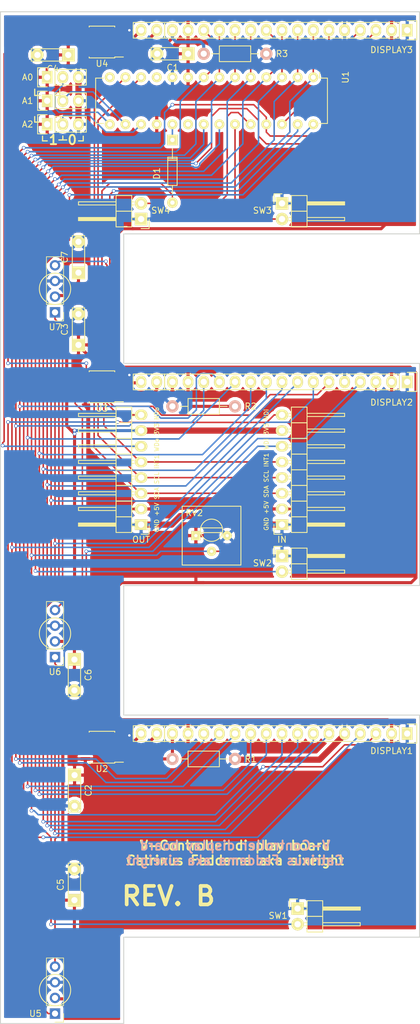
<source format=kicad_pcb>
(kicad_pcb (version 4) (host pcbnew 4.0.2-stable)
  (title_block (title "VController Display Board") (date 2017-03-23) (rev B) (company "Sixeight Productions"))
  (layers (0 F.Cu signal) (31 B.Cu signal) (34 B.Paste user hide) (35 F.Paste user hide) (36 B.SilkS user) (37 F.SilkS user) (38 B.Mask user hide) (39 F.Mask user hide) (44 Edge.Cuts user))
  (net 0 "")
  (net 1 +5V)
  (net 2 GND)
  (net 3 "Net-(P1-Pad3)")
  (net 4 "Net-(P1-Pad4)")
  (net 5 "Net-(P1-Pad6)")
  (net 6 "Net-(U2-Pad5)")
  (net 7 "Net-(U2-Pad7)")
  (net 8 "Net-(U3-Pad5)")
  (net 9 "Net-(U3-Pad7)")
  (net 10 "Net-(U4-Pad7)")
  (net 11 "Net-(SW1-Pad2)")
  (net 12 "Net-(SW2-Pad2)")
  (net 13 "Net-(SW3-Pad2)")
  (net 14 "Net-(SW4-Pad2)")
  (net 15 "Net-(A0-Pad2)")
  (net 16 "Net-(A1-Pad2)")
  (net 17 "Net-(A2-Pad2)")
  (net 18 "Net-(DISPLAY1-Pad3)")
  (net 19 "Net-(DISPLAY1-Pad4)")
  (net 20 "Net-(DISPLAY1-Pad6)")
  (net 21 "Net-(DISPLAY1-Pad7)")
  (net 22 "Net-(DISPLAY1-Pad8)")
  (net 23 "Net-(DISPLAY1-Pad9)")
  (net 24 "Net-(DISPLAY1-Pad10)")
  (net 25 "Net-(DISPLAY1-Pad11)")
  (net 26 "Net-(DISPLAY1-Pad12)")
  (net 27 "Net-(DISPLAY1-Pad13)")
  (net 28 "Net-(DISPLAY1-Pad14)")
  (net 29 "Net-(DISPLAY1-Pad16)")
  (net 30 "Net-(DISPLAY1-Pad17)")
  (net 31 "Net-(DISPLAY1-Pad18)")
  (net 32 "Net-(DISPLAY2-Pad6)")
  (net 33 "Net-(DISPLAY2-Pad16)")
  (net 34 "Net-(DISPLAY2-Pad17)")
  (net 35 "Net-(DISPLAY2-Pad18)")
  (net 36 "Net-(DISPLAY3-Pad6)")
  (net 37 "Net-(DISPLAY3-Pad16)")
  (net 38 "Net-(DISPLAY3-Pad17)")
  (net 39 "Net-(DISPLAY3-Pad18)")
  (net 40 "Net-(U5-Pad4)")
  (net 41 "Net-(U6-Pad4)")
  (net 42 +3V3)
  (net 43 "Net-(D1-Pad2)")
  (net 44 "Net-(D1-Pad1)")
  (net 45 "Net-(P1-Pad8)")
  (net 46 "Net-(P2-Pad6)")
  (net 47 "Net-(P2-Pad8)")
  (net 48 "Net-(U1-Pad20)")
  (module Socket_Strips:Socket_Strip_Straight_1x18 (layer F.Cu) (at 154.93 28.36 180)
    (fp_text reference DISPLAY3 (at 2.54 -3.175 180) (layer F.SilkS))
    (fp_text value LCD16X2RGB)
    (pad 1 thru_hole rect (at 0 0 180) (size 1.7272 2.032) (drill 1.016) (layers *.Cu *.Mask F.SilkS) (net 2 GND))
    (pad 2 thru_hole oval (at 2.54 0 180) (size 1.7272 2.032) (drill 1.016) (layers *.Cu *.Mask F.SilkS) (net 1 +5V))
    (pad 3 thru_hole oval (at 5.08 0 180) (size 1.7272 2.032) (drill 1.016) (layers *.Cu *.Mask F.SilkS) (net 18 "Net-(DISPLAY1-Pad3)"))
    (pad 4 thru_hole oval (at 7.62 0 180) (size 1.7272 2.032) (drill 1.016) (layers *.Cu *.Mask F.SilkS) (net 19 "Net-(DISPLAY1-Pad4)"))
    (pad 5 thru_hole oval (at 10.16 0 180) (size 1.7272 2.032) (drill 1.016) (layers *.Cu *.Mask F.SilkS) (net 2 GND))
    (pad 6 thru_hole oval (at 12.7 0 180) (size 1.7272 2.032) (drill 1.016) (layers *.Cu *.Mask F.SilkS) (net 36 "Net-(DISPLAY3-Pad6)"))
    (pad 7 thru_hole oval (at 15.24 0 180) (size 1.7272 2.032) (drill 1.016) (layers *.Cu *.Mask F.SilkS) (net 21 "Net-(DISPLAY1-Pad7)"))
    (pad 8 thru_hole oval (at 17.78 0 180) (size 1.7272 2.032) (drill 1.016) (layers *.Cu *.Mask F.SilkS) (net 22 "Net-(DISPLAY1-Pad8)"))
    (pad 9 thru_hole oval (at 20.32 0 180) (size 1.7272 2.032) (drill 1.016) (layers *.Cu *.Mask F.SilkS) (net 23 "Net-(DISPLAY1-Pad9)"))
    (pad 10 thru_hole oval (at 22.86 0 180) (size 1.7272 2.032) (drill 1.016) (layers *.Cu *.Mask F.SilkS) (net 24 "Net-(DISPLAY1-Pad10)"))
    (pad 11 thru_hole oval (at 25.4 0 180) (size 1.7272 2.032) (drill 1.016) (layers *.Cu *.Mask F.SilkS) (net 25 "Net-(DISPLAY1-Pad11)"))
    (pad 12 thru_hole oval (at 27.94 0 180) (size 1.7272 2.032) (drill 1.016) (layers *.Cu *.Mask F.SilkS) (net 26 "Net-(DISPLAY1-Pad12)"))
    (pad 13 thru_hole oval (at 30.48 0 180) (size 1.7272 2.032) (drill 1.016) (layers *.Cu *.Mask F.SilkS) (net 27 "Net-(DISPLAY1-Pad13)"))
    (pad 14 thru_hole oval (at 33.02 0 180) (size 1.7272 2.032) (drill 1.016) (layers *.Cu *.Mask F.SilkS) (net 28 "Net-(DISPLAY1-Pad14)"))
    (pad 15 thru_hole oval (at 35.56 0 180) (size 1.7272 2.032) (drill 1.016) (layers *.Cu *.Mask F.SilkS) (net 1 +5V))
    (pad 16 thru_hole oval (at 38.1 0 180) (size 1.7272 2.032) (drill 1.016) (layers *.Cu *.Mask F.SilkS) (net 37 "Net-(DISPLAY3-Pad16)"))
    (pad 17 thru_hole oval (at 40.64 0 180) (size 1.7272 2.032) (drill 1.016) (layers *.Cu *.Mask F.SilkS) (net 38 "Net-(DISPLAY3-Pad17)"))
    (pad 18 thru_hole oval (at 43.18 0 180) (size 1.7272 2.032) (drill 1.016) (layers *.Cu *.Mask F.SilkS) (net 39 "Net-(DISPLAY3-Pad18)"))
  )
  (module Socket_Strips:Socket_Strip_Straight_1x18 (layer F.Cu) (at 154.93 85.36 180)
    (fp_text reference DISPLAY2 (at 2.54 -3.325 180) (layer F.SilkS))
    (fp_text value LCD16X2RGB)
    (pad 1 thru_hole rect (at 0 0 180) (size 1.7272 2.032) (drill 1.016) (layers *.Cu *.Mask F.SilkS) (net 2 GND))
    (pad 2 thru_hole oval (at 2.54 0 180) (size 1.7272 2.032) (drill 1.016) (layers *.Cu *.Mask F.SilkS) (net 1 +5V))
    (pad 3 thru_hole oval (at 5.08 0 180) (size 1.7272 2.032) (drill 1.016) (layers *.Cu *.Mask F.SilkS) (net 18 "Net-(DISPLAY1-Pad3)"))
    (pad 4 thru_hole oval (at 7.62 0 180) (size 1.7272 2.032) (drill 1.016) (layers *.Cu *.Mask F.SilkS) (net 19 "Net-(DISPLAY1-Pad4)"))
    (pad 5 thru_hole oval (at 10.16 0 180) (size 1.7272 2.032) (drill 1.016) (layers *.Cu *.Mask F.SilkS) (net 2 GND))
    (pad 6 thru_hole oval (at 12.7 0 180) (size 1.7272 2.032) (drill 1.016) (layers *.Cu *.Mask F.SilkS) (net 32 "Net-(DISPLAY2-Pad6)"))
    (pad 7 thru_hole oval (at 15.24 0 180) (size 1.7272 2.032) (drill 1.016) (layers *.Cu *.Mask F.SilkS) (net 21 "Net-(DISPLAY1-Pad7)"))
    (pad 8 thru_hole oval (at 17.78 0 180) (size 1.7272 2.032) (drill 1.016) (layers *.Cu *.Mask F.SilkS) (net 22 "Net-(DISPLAY1-Pad8)"))
    (pad 9 thru_hole oval (at 20.32 0 180) (size 1.7272 2.032) (drill 1.016) (layers *.Cu *.Mask F.SilkS) (net 23 "Net-(DISPLAY1-Pad9)"))
    (pad 10 thru_hole oval (at 22.86 0 180) (size 1.7272 2.032) (drill 1.016) (layers *.Cu *.Mask F.SilkS) (net 24 "Net-(DISPLAY1-Pad10)"))
    (pad 11 thru_hole oval (at 25.4 0 180) (size 1.7272 2.032) (drill 1.016) (layers *.Cu *.Mask F.SilkS) (net 25 "Net-(DISPLAY1-Pad11)"))
    (pad 12 thru_hole oval (at 27.94 0 180) (size 1.7272 2.032) (drill 1.016) (layers *.Cu *.Mask F.SilkS) (net 26 "Net-(DISPLAY1-Pad12)"))
    (pad 13 thru_hole oval (at 30.48 0 180) (size 1.7272 2.032) (drill 1.016) (layers *.Cu *.Mask F.SilkS) (net 27 "Net-(DISPLAY1-Pad13)"))
    (pad 14 thru_hole oval (at 33.02 0 180) (size 1.7272 2.032) (drill 1.016) (layers *.Cu *.Mask F.SilkS) (net 28 "Net-(DISPLAY1-Pad14)"))
    (pad 15 thru_hole oval (at 35.56 0 180) (size 1.7272 2.032) (drill 1.016) (layers *.Cu *.Mask F.SilkS) (net 1 +5V))
    (pad 16 thru_hole oval (at 38.1 0 180) (size 1.7272 2.032) (drill 1.016) (layers *.Cu *.Mask F.SilkS) (net 33 "Net-(DISPLAY2-Pad16)"))
    (pad 17 thru_hole oval (at 40.64 0 180) (size 1.7272 2.032) (drill 1.016) (layers *.Cu *.Mask F.SilkS) (net 34 "Net-(DISPLAY2-Pad17)"))
    (pad 18 thru_hole oval (at 43.18 0 180) (size 1.7272 2.032) (drill 1.016) (layers *.Cu *.Mask F.SilkS) (net 35 "Net-(DISPLAY2-Pad18)"))
  )
  (module Socket_Strips:Socket_Strip_Straight_1x18 (layer F.Cu) (at 154.93 142.36 180)
    (fp_text reference DISPLAY1 (at 2.54 -2.8 180) (layer F.SilkS))
    (fp_text value LCD16X2RGB)
    (pad 1 thru_hole rect (at 0 0 180) (size 1.7272 2.032) (drill 1.016) (layers *.Cu *.Mask F.SilkS) (net 2 GND))
    (pad 2 thru_hole oval (at 2.54 0 180) (size 1.7272 2.032) (drill 1.016) (layers *.Cu *.Mask F.SilkS) (net 1 +5V))
    (pad 3 thru_hole oval (at 5.08 0 180) (size 1.7272 2.032) (drill 1.016) (layers *.Cu *.Mask F.SilkS) (net 18 "Net-(DISPLAY1-Pad3)"))
    (pad 4 thru_hole oval (at 7.62 0 180) (size 1.7272 2.032) (drill 1.016) (layers *.Cu *.Mask F.SilkS) (net 19 "Net-(DISPLAY1-Pad4)"))
    (pad 5 thru_hole oval (at 10.16 0 180) (size 1.7272 2.032) (drill 1.016) (layers *.Cu *.Mask F.SilkS) (net 2 GND))
    (pad 6 thru_hole oval (at 12.7 0 180) (size 1.7272 2.032) (drill 1.016) (layers *.Cu *.Mask F.SilkS) (net 20 "Net-(DISPLAY1-Pad6)"))
    (pad 7 thru_hole oval (at 15.24 0 180) (size 1.7272 2.032) (drill 1.016) (layers *.Cu *.Mask F.SilkS) (net 21 "Net-(DISPLAY1-Pad7)"))
    (pad 8 thru_hole oval (at 17.78 0 180) (size 1.7272 2.032) (drill 1.016) (layers *.Cu *.Mask F.SilkS) (net 22 "Net-(DISPLAY1-Pad8)"))
    (pad 9 thru_hole oval (at 20.32 0 180) (size 1.7272 2.032) (drill 1.016) (layers *.Cu *.Mask F.SilkS) (net 23 "Net-(DISPLAY1-Pad9)"))
    (pad 10 thru_hole oval (at 22.86 0 180) (size 1.7272 2.032) (drill 1.016) (layers *.Cu *.Mask F.SilkS) (net 24 "Net-(DISPLAY1-Pad10)"))
    (pad 11 thru_hole oval (at 25.4 0 180) (size 1.7272 2.032) (drill 1.016) (layers *.Cu *.Mask F.SilkS) (net 25 "Net-(DISPLAY1-Pad11)"))
    (pad 12 thru_hole oval (at 27.94 0 180) (size 1.7272 2.032) (drill 1.016) (layers *.Cu *.Mask F.SilkS) (net 26 "Net-(DISPLAY1-Pad12)"))
    (pad 13 thru_hole oval (at 30.48 0 180) (size 1.7272 2.032) (drill 1.016) (layers *.Cu *.Mask F.SilkS) (net 27 "Net-(DISPLAY1-Pad13)"))
    (pad 14 thru_hole oval (at 33.02 0 180) (size 1.7272 2.032) (drill 1.016) (layers *.Cu *.Mask F.SilkS) (net 28 "Net-(DISPLAY1-Pad14)"))
    (pad 15 thru_hole oval (at 35.56 0 180) (size 1.7272 2.032) (drill 1.016) (layers *.Cu *.Mask F.SilkS) (net 1 +5V))
    (pad 16 thru_hole oval (at 38.1 0 180) (size 1.7272 2.032) (drill 1.016) (layers *.Cu *.Mask F.SilkS) (net 29 "Net-(DISPLAY1-Pad16)"))
    (pad 17 thru_hole oval (at 40.64 0 180) (size 1.7272 2.032) (drill 1.016) (layers *.Cu *.Mask F.SilkS) (net 30 "Net-(DISPLAY1-Pad17)"))
    (pad 18 thru_hole oval (at 43.18 0 180) (size 1.7272 2.032) (drill 1.016) (layers *.Cu *.Mask F.SilkS) (net 31 "Net-(DISPLAY1-Pad18)"))
  )
  (module Pin_Headers:Pin_Header_Straight_1x03 (layer F.Cu) (at 96.51 35.98 90)
    (fp_text reference A0 (at 0 -3.175 360) (layer F.SilkS))
    (fp_text value JUMPER3 hide)
    (pad 1 thru_hole rect (at 0 0 90) (size 2.032 1.7272) (drill 1.016) (layers *.Cu *.Mask F.SilkS) (net 1 +5V))
    (pad 2 thru_hole oval (at 0 2.54 90) (size 2.032 1.7272) (drill 1.016) (layers *.Cu *.Mask F.SilkS) (net 15 "Net-(A0-Pad2)"))
    (pad 3 thru_hole oval (at 0 5.08 90) (size 2.032 1.7272) (drill 1.016) (layers *.Cu *.Mask F.SilkS) (net 2 GND))
  )
  (module Pin_Headers:Pin_Header_Straight_1x03 (layer F.Cu) (at 96.51 39.79 90)
    (fp_text reference A1 (at 0 -3.175 360) (layer F.SilkS))
    (fp_text value JUMPER3 hide)
    (pad 1 thru_hole rect (at 0 0 90) (size 2.032 1.7272) (drill 1.016) (layers *.Cu *.Mask F.SilkS) (net 1 +5V))
    (pad 2 thru_hole oval (at 0 2.54 90) (size 2.032 1.7272) (drill 1.016) (layers *.Cu *.Mask F.SilkS) (net 16 "Net-(A1-Pad2)"))
    (pad 3 thru_hole oval (at 0 5.08 90) (size 2.032 1.7272) (drill 1.016) (layers *.Cu *.Mask F.SilkS) (net 2 GND))
  )
  (module Pin_Headers:Pin_Header_Straight_1x03 (layer F.Cu) (at 96.51 43.6 90)
    (fp_text reference A2 (at 0 -3.175 360) (layer F.SilkS))
    (fp_text value JUMPER3 hide)
    (pad 1 thru_hole rect (at 0 0 90) (size 2.032 1.7272) (drill 1.016) (layers *.Cu *.Mask F.SilkS) (net 1 +5V))
    (pad 2 thru_hole oval (at 0 2.54 90) (size 2.032 1.7272) (drill 1.016) (layers *.Cu *.Mask F.SilkS) (net 17 "Net-(A2-Pad2)"))
    (pad 3 thru_hole oval (at 0 5.08 90) (size 2.032 1.7272) (drill 1.016) (layers *.Cu *.Mask F.SilkS) (net 2 GND))
  )
  (module Pin_Headers:Pin_Header_Angled_1x08 (layer F.Cu) (at 111.75 108.49 180)
    (fp_text reference P2 hide)
    (fp_text value OUT (at 0 -2.42 180) (layer F.SilkS))
    (pad 1 thru_hole rect (at 0 0 180) (size 2.032 1.7272) (drill 1.016) (layers *.Cu *.Mask F.SilkS) (net 2 GND))
    (pad 2 thru_hole oval (at 0 2.54 180) (size 2.032 1.7272) (drill 1.016) (layers *.Cu *.Mask F.SilkS) (net 1 +5V))
    (pad 3 thru_hole oval (at 0 5.08 180) (size 2.032 1.7272) (drill 1.016) (layers *.Cu *.Mask F.SilkS) (net 3 "Net-(P1-Pad3)"))
    (pad 4 thru_hole oval (at 0 7.62 180) (size 2.032 1.7272) (drill 1.016) (layers *.Cu *.Mask F.SilkS) (net 4 "Net-(P1-Pad4)"))
    (pad 5 thru_hole oval (at 0 10.16 180) (size 2.032 1.7272) (drill 1.016) (layers *.Cu *.Mask F.SilkS) (net 43 "Net-(D1-Pad2)"))
    (pad 6 thru_hole oval (at 0 12.7 180) (size 2.032 1.7272) (drill 1.016) (layers *.Cu *.Mask F.SilkS) (net 46 "Net-(P2-Pad6)"))
    (pad 7 thru_hole oval (at 0 15.24 180) (size 2.032 1.7272) (drill 1.016) (layers *.Cu *.Mask F.SilkS) (net 42 +3V3))
    (pad 8 thru_hole oval (at 0 17.78 180) (size 2.032 1.7272) (drill 1.016) (layers *.Cu *.Mask F.SilkS) (net 47 "Net-(P2-Pad8)"))
  )
  (module Potentiometers:Potentiometer_Trimmer-Suntan-TSR-3386P (layer F.Cu) (at 120.64 110.275)
    (fp_text reference RV2 (at -0.254 -3.683) (layer F.SilkS))
    (fp_text value POT)
    (pad 3 thru_hole circle (at 5.08 0) (size 1.51 1.51) (drill 0.51) (layers *.Cu *.Mask F.SilkS) (net 2 GND))
    (pad 1 thru_hole rect (at 0 0) (size 1.51 1.51) (drill 0.51) (layers *.Cu *.Mask F.SilkS) (net 1 +5V))
    (pad 2 thru_hole circle (at 2.54 2.54) (size 1.51 1.51) (drill 0.51) (layers *.Cu *.Mask F.SilkS) (net 18 "Net-(DISPLAY1-Pad3)"))
  )
  (module Pin_Headers:Pin_Header_Angled_1x02 (layer F.Cu) (at 137.15 170.72)
    (fp_text reference SW1 (at -3.175 1.15) (layer F.SilkS))
    (fp_text value SW_PUSH hide)
    (pad 1 thru_hole rect (at 0 0) (size 2.032 2.032) (drill 1.016) (layers *.Cu *.Mask F.SilkS) (net 2 GND))
    (pad 2 thru_hole oval (at 0 2.54) (size 2.032 2.032) (drill 1.016) (layers *.Cu *.Mask F.SilkS) (net 11 "Net-(SW1-Pad2)"))
  )
  (module Pin_Headers:Pin_Header_Angled_1x02 (layer F.Cu) (at 134.61 113.57)
    (fp_text reference SW2 (at -3.175 1.15) (layer F.SilkS))
    (fp_text value SW_PUSH hide)
    (pad 1 thru_hole rect (at 0 0) (size 2.032 2.032) (drill 1.016) (layers *.Cu *.Mask F.SilkS) (net 2 GND))
    (pad 2 thru_hole oval (at 0 2.54) (size 2.032 2.032) (drill 1.016) (layers *.Cu *.Mask F.SilkS) (net 12 "Net-(SW2-Pad2)"))
  )
  (module Pin_Headers:Pin_Header_Angled_1x02 (layer F.Cu) (at 134.61 56.42)
    (fp_text reference SW3 (at -3.175 1.15) (layer F.SilkS))
    (fp_text value SW_PUSH hide)
    (pad 1 thru_hole rect (at 0 0) (size 2.032 2.032) (drill 1.016) (layers *.Cu *.Mask F.SilkS) (net 2 GND))
    (pad 2 thru_hole oval (at 0 2.54) (size 2.032 2.032) (drill 1.016) (layers *.Cu *.Mask F.SilkS) (net 13 "Net-(SW3-Pad2)"))
  )
  (module Pin_Headers:Pin_Header_Angled_1x02 (layer F.Cu) (at 111.75 58.96 180)
    (fp_text reference SW4 (at -3.175 1.39 180) (layer F.SilkS))
    (fp_text value SW_PUSH hide)
    (pad 1 thru_hole rect (at 0 0 180) (size 2.032 2.032) (drill 1.016) (layers *.Cu *.Mask F.SilkS) (net 2 GND))
    (pad 2 thru_hole oval (at 0 2.54 180) (size 2.032 2.032) (drill 1.016) (layers *.Cu *.Mask F.SilkS) (net 14 "Net-(SW4-Pad2)"))
  )
  (module "Sixeight's library:Pin_Header_Angled_1x08" (layer F.Cu) (at 138.42 108.49 180)
    (fp_text reference P1 hide)
    (fp_text value IN (at 3.81 -2.42 180) (layer F.SilkS))
    (pad 1 thru_hole rect (at 3.81 0) (size 2.032 1.7272) (drill 1.016) (layers *.Cu *.Mask F.SilkS) (net 2 GND))
    (pad 2 thru_hole oval (at 3.81 2.54) (size 2.032 1.7272) (drill 1.016) (layers *.Cu *.Mask F.SilkS) (net 1 +5V))
    (pad 3 thru_hole oval (at 3.81 5.08) (size 2.032 1.7272) (drill 1.016) (layers *.Cu *.Mask F.SilkS) (net 3 "Net-(P1-Pad3)"))
    (pad 4 thru_hole oval (at 3.81 7.62) (size 2.032 1.7272) (drill 1.016) (layers *.Cu *.Mask F.SilkS) (net 4 "Net-(P1-Pad4)"))
    (pad 5 thru_hole oval (at 3.81 10.16) (size 2.032 1.7272) (drill 1.016) (layers *.Cu *.Mask F.SilkS) (net 43 "Net-(D1-Pad2)"))
    (pad 6 thru_hole oval (at 3.81 12.7) (size 2.032 1.7272) (drill 1.016) (layers *.Cu *.Mask F.SilkS) (net 5 "Net-(P1-Pad6)"))
    (pad 7 thru_hole oval (at 3.81 15.24) (size 2.032 1.7272) (drill 1.016) (layers *.Cu *.Mask F.SilkS) (net 42 +3V3))
    (pad 8 thru_hole oval (at 3.81 17.78) (size 2.032 1.7272) (drill 1.016) (layers *.Cu *.Mask F.SilkS) (net 45 "Net-(P1-Pad8)"))
  )
  (module Housings_SOIC:SOIC-8_3.9x4.9mm_Pitch1.27mm (layer F.Cu) (at 105.4 86.145 180)
    (fp_text reference U3 (at 0 -3.5 180) (layer F.SilkS))
    (fp_text value WS2811)
    (pad 1 smd rect (at -2.7 -1.905 180) (size 1.55 0.6) (layers F.Cu F.Paste F.Mask) (net 33 "Net-(DISPLAY2-Pad16)"))
    (pad 2 smd rect (at -2.7 -0.635 180) (size 1.55 0.6) (layers F.Cu F.Paste F.Mask) (net 34 "Net-(DISPLAY2-Pad17)"))
    (pad 3 smd rect (at -2.7 0.635 180) (size 1.55 0.6) (layers F.Cu F.Paste F.Mask) (net 35 "Net-(DISPLAY2-Pad18)"))
    (pad 4 smd rect (at -2.7 1.905 180) (size 1.55 0.6) (layers F.Cu F.Paste F.Mask) (net 2 GND))
    (pad 5 smd rect (at 2.7 1.905 180) (size 1.55 0.6) (layers F.Cu F.Paste F.Mask) (net 8 "Net-(U3-Pad5)"))
    (pad 6 smd rect (at 2.7 0.635 180) (size 1.55 0.6) (layers F.Cu F.Paste F.Mask) (net 6 "Net-(U2-Pad5)"))
    (pad 7 smd rect (at 2.7 -0.635 180) (size 1.55 0.6) (layers F.Cu F.Paste F.Mask) (net 9 "Net-(U3-Pad7)"))
    (pad 8 smd rect (at 2.7 -1.905 180) (size 1.55 0.6) (layers F.Cu F.Paste F.Mask) (net 1 +5V))
  )
  (module Housings_SOIC:SOIC-8_3.9x4.9mm_Pitch1.27mm (layer F.Cu) (at 105.4 30.265 180)
    (fp_text reference U4 (at 0 -3.5 180) (layer F.SilkS))
    (fp_text value WS2811)
    (pad 1 smd rect (at -2.7 -1.905 180) (size 1.55 0.6) (layers F.Cu F.Paste F.Mask) (net 37 "Net-(DISPLAY3-Pad16)"))
    (pad 2 smd rect (at -2.7 -0.635 180) (size 1.55 0.6) (layers F.Cu F.Paste F.Mask) (net 38 "Net-(DISPLAY3-Pad17)"))
    (pad 3 smd rect (at -2.7 0.635 180) (size 1.55 0.6) (layers F.Cu F.Paste F.Mask) (net 39 "Net-(DISPLAY3-Pad18)"))
    (pad 4 smd rect (at -2.7 1.905 180) (size 1.55 0.6) (layers F.Cu F.Paste F.Mask) (net 2 GND))
    (pad 5 smd rect (at 2.7 1.905 180) (size 1.55 0.6) (layers F.Cu F.Paste F.Mask) (net 46 "Net-(P2-Pad6)"))
    (pad 6 smd rect (at 2.7 0.635 180) (size 1.55 0.6) (layers F.Cu F.Paste F.Mask) (net 8 "Net-(U3-Pad5)"))
    (pad 7 smd rect (at 2.7 -0.635 180) (size 1.55 0.6) (layers F.Cu F.Paste F.Mask) (net 10 "Net-(U4-Pad7)"))
    (pad 8 smd rect (at 2.7 -1.905 180) (size 1.55 0.6) (layers F.Cu F.Paste F.Mask) (net 1 +5V))
  )
  (module Housings_SOIC:SOIC-8_3.9x4.9mm_Pitch1.27mm (layer F.Cu) (at 105.4 144.565 180)
    (fp_text reference U2 (at 0 -3.5 180) (layer F.SilkS))
    (fp_text value WS2811)
    (pad 1 smd rect (at -2.7 -1.905 180) (size 1.55 0.6) (layers F.Cu F.Paste F.Mask) (net 29 "Net-(DISPLAY1-Pad16)"))
    (pad 2 smd rect (at -2.7 -0.635 180) (size 1.55 0.6) (layers F.Cu F.Paste F.Mask) (net 30 "Net-(DISPLAY1-Pad17)"))
    (pad 3 smd rect (at -2.7 0.635 180) (size 1.55 0.6) (layers F.Cu F.Paste F.Mask) (net 31 "Net-(DISPLAY1-Pad18)"))
    (pad 4 smd rect (at -2.7 1.905 180) (size 1.55 0.6) (layers F.Cu F.Paste F.Mask) (net 2 GND))
    (pad 5 smd rect (at 2.7 1.905 180) (size 1.55 0.6) (layers F.Cu F.Paste F.Mask) (net 6 "Net-(U2-Pad5)"))
    (pad 6 smd rect (at 2.7 0.635 180) (size 1.55 0.6) (layers F.Cu F.Paste F.Mask) (net 5 "Net-(P1-Pad6)"))
    (pad 7 smd rect (at 2.7 -0.635 180) (size 1.55 0.6) (layers F.Cu F.Paste F.Mask) (net 7 "Net-(U2-Pad7)"))
    (pad 8 smd rect (at 2.7 -1.905 180) (size 1.55 0.6) (layers F.Cu F.Paste F.Mask) (net 1 +5V))
  )
  (module Housings_DIP:DIP-28_W7.62mm (layer F.Cu) (at 139.69 35.98 270)
    (fp_text reference U1 (at 0 -5.22 270) (layer F.SilkS))
    (fp_text value MCP23017)
    (pad 1 thru_hole oval (at 0 0 270) (size 1.6 1.6) (drill 0.8) (layers *.Cu *.Mask F.SilkS) (net 21 "Net-(DISPLAY1-Pad7)"))
    (pad 2 thru_hole oval (at 0 2.54 270) (size 1.6 1.6) (drill 0.8) (layers *.Cu *.Mask F.SilkS) (net 22 "Net-(DISPLAY1-Pad8)"))
    (pad 3 thru_hole oval (at 0 5.08 270) (size 1.6 1.6) (drill 0.8) (layers *.Cu *.Mask F.SilkS) (net 23 "Net-(DISPLAY1-Pad9)"))
    (pad 4 thru_hole oval (at 0 7.62 270) (size 1.6 1.6) (drill 0.8) (layers *.Cu *.Mask F.SilkS) (net 24 "Net-(DISPLAY1-Pad10)"))
    (pad 5 thru_hole oval (at 0 10.16 270) (size 1.6 1.6) (drill 0.8) (layers *.Cu *.Mask F.SilkS) (net 25 "Net-(DISPLAY1-Pad11)"))
    (pad 6 thru_hole oval (at 0 12.7 270) (size 1.6 1.6) (drill 0.8) (layers *.Cu *.Mask F.SilkS) (net 26 "Net-(DISPLAY1-Pad12)"))
    (pad 7 thru_hole oval (at 0 15.24 270) (size 1.6 1.6) (drill 0.8) (layers *.Cu *.Mask F.SilkS) (net 27 "Net-(DISPLAY1-Pad13)"))
    (pad 8 thru_hole oval (at 0 17.78 270) (size 1.6 1.6) (drill 0.8) (layers *.Cu *.Mask F.SilkS) (net 28 "Net-(DISPLAY1-Pad14)"))
    (pad 9 thru_hole oval (at 0 20.32 270) (size 1.6 1.6) (drill 0.8) (layers *.Cu *.Mask F.SilkS) (net 1 +5V))
    (pad 10 thru_hole oval (at 0 22.86 270) (size 1.6 1.6) (drill 0.8) (layers *.Cu *.Mask F.SilkS) (net 2 GND))
    (pad 11 thru_hole oval (at 0 25.4 270) (size 1.6 1.6) (drill 0.8) (layers *.Cu *.Mask F.SilkS))
    (pad 12 thru_hole oval (at 0 27.94 270) (size 1.6 1.6) (drill 0.8) (layers *.Cu *.Mask F.SilkS) (net 4 "Net-(P1-Pad4)"))
    (pad 13 thru_hole oval (at 0 30.48 270) (size 1.6 1.6) (drill 0.8) (layers *.Cu *.Mask F.SilkS) (net 3 "Net-(P1-Pad3)"))
    (pad 14 thru_hole oval (at 0 33.02 270) (size 1.6 1.6) (drill 0.8) (layers *.Cu *.Mask F.SilkS))
    (pad 15 thru_hole oval (at 7.62 33.02 270) (size 1.6 1.6) (drill 0.8) (layers *.Cu *.Mask F.SilkS) (net 15 "Net-(A0-Pad2)"))
    (pad 16 thru_hole oval (at 7.62 30.48 270) (size 1.6 1.6) (drill 0.8) (layers *.Cu *.Mask F.SilkS) (net 16 "Net-(A1-Pad2)"))
    (pad 17 thru_hole oval (at 7.62 27.94 270) (size 1.6 1.6) (drill 0.8) (layers *.Cu *.Mask F.SilkS) (net 17 "Net-(A2-Pad2)"))
    (pad 18 thru_hole oval (at 7.62 25.4 270) (size 1.6 1.6) (drill 0.8) (layers *.Cu *.Mask F.SilkS) (net 1 +5V))
    (pad 19 thru_hole oval (at 7.62 22.86 270) (size 1.6 1.6) (drill 0.8) (layers *.Cu *.Mask F.SilkS) (net 44 "Net-(D1-Pad1)"))
    (pad 20 thru_hole oval (at 7.62 20.32 270) (size 1.6 1.6) (drill 0.8) (layers *.Cu *.Mask F.SilkS) (net 48 "Net-(U1-Pad20)"))
    (pad 21 thru_hole oval (at 7.62 17.78 270) (size 1.6 1.6) (drill 0.8) (layers *.Cu *.Mask F.SilkS) (net 11 "Net-(SW1-Pad2)"))
    (pad 22 thru_hole oval (at 7.62 15.24 270) (size 1.6 1.6) (drill 0.8) (layers *.Cu *.Mask F.SilkS) (net 12 "Net-(SW2-Pad2)"))
    (pad 23 thru_hole oval (at 7.62 12.7 270) (size 1.6 1.6) (drill 0.8) (layers *.Cu *.Mask F.SilkS) (net 13 "Net-(SW3-Pad2)"))
    (pad 24 thru_hole oval (at 7.62 10.16 270) (size 1.6 1.6) (drill 0.8) (layers *.Cu *.Mask F.SilkS) (net 14 "Net-(SW4-Pad2)"))
    (pad 25 thru_hole oval (at 7.62 7.62 270) (size 1.6 1.6) (drill 0.8) (layers *.Cu *.Mask F.SilkS) (net 19 "Net-(DISPLAY1-Pad4)"))
    (pad 26 thru_hole oval (at 7.62 5.08 270) (size 1.6 1.6) (drill 0.8) (layers *.Cu *.Mask F.SilkS) (net 36 "Net-(DISPLAY3-Pad6)"))
    (pad 27 thru_hole oval (at 7.62 2.54 270) (size 1.6 1.6) (drill 0.8) (layers *.Cu *.Mask F.SilkS) (net 32 "Net-(DISPLAY2-Pad6)"))
    (pad 28 thru_hole oval (at 7.62 0 270) (size 1.6 1.6) (drill 0.8) (layers *.Cu *.Mask F.SilkS) (net 20 "Net-(DISPLAY1-Pad6)"))
  )
  (module Diodes_ThroughHole:Diode_DO-35_SOD27_Horizontal_RM10 (layer F.Cu) (at 116.83 46.14 270)
    (fp_text reference D1 (at 5.43052 2.53746 270) (layer F.SilkS))
    (fp_text value D)
    (pad 2 thru_hole circle (at 10.16052 -0.00254 90) (size 1.69926 1.69926) (drill 0.70104) (layers *.Cu *.Mask F.SilkS) (net 43 "Net-(D1-Pad2)"))
    (pad 1 thru_hole rect (at 0.00052 -0.00254 90) (size 1.69926 1.69926) (drill 0.70104) (layers *.Cu *.Mask F.SilkS) (net 44 "Net-(D1-Pad1)"))
  )
  (module Resistors_ThroughHole:Resistor_Horizontal_RM10mm (layer F.Cu) (at 116.83 146.47)
    (fp_text reference R1 (at 12.7 0) (layer F.SilkS))
    (fp_text value 220)
    (pad 1 thru_hole circle (at 0 0) (size 1.99898 1.99898) (drill 1.00076) (layers *.Cu *.SilkS *.Mask) (net 29 "Net-(DISPLAY1-Pad16)"))
    (pad 2 thru_hole circle (at 10.16 0) (size 1.99898 1.99898) (drill 1.00076) (layers *.Cu *.SilkS *.Mask) (net 2 GND))
  )
  (module Resistors_ThroughHole:Resistor_Horizontal_RM10mm (layer F.Cu) (at 126.99 89.32 180)
    (fp_text reference R2 (at -2.54 0 180) (layer F.SilkS))
    (fp_text value 220)
    (pad 1 thru_hole circle (at 0 0 180) (size 1.99898 1.99898) (drill 1.00076) (layers *.Cu *.SilkS *.Mask) (net 33 "Net-(DISPLAY2-Pad16)"))
    (pad 2 thru_hole circle (at 10.16 0 180) (size 1.99898 1.99898) (drill 1.00076) (layers *.Cu *.SilkS *.Mask) (net 2 GND))
  )
  (module Resistors_ThroughHole:Resistor_Horizontal_RM10mm (layer F.Cu) (at 121.91 32.17)
    (fp_text reference R3 (at 12.7 0) (layer F.SilkS))
    (fp_text value 220)
    (pad 1 thru_hole circle (at 0 0) (size 1.99898 1.99898) (drill 1.00076) (layers *.Cu *.SilkS *.Mask) (net 37 "Net-(DISPLAY3-Pad16)"))
    (pad 2 thru_hole circle (at 10.16 0) (size 1.99898 1.99898) (drill 1.00076) (layers *.Cu *.SilkS *.Mask) (net 2 GND))
  )
  (module Library:C_small_CF (layer F.Cu) (at 119.37 32.17 180)
    (fp_text reference C1 (at 2.5 -2.25 180) (layer F.SilkS))
    (fp_text value 100n)
    (pad 1 thru_hole rect (at 0 0 180) (size 2 2) (drill 1) (layers *.Cu *.Mask F.SilkS) (net 1 +5V))
    (pad 2 thru_hole circle (at 5 0 180) (size 2 2) (drill 1) (layers *.Cu *.Mask F.SilkS) (net 2 GND))
  )
  (module Library:C_small_CF (layer F.Cu) (at 99.93 32.36 180)
    (fp_text reference C4 (at 2.5 -2.25 180) (layer F.SilkS))
    (fp_text value 100n)
    (pad 1 thru_hole rect (at 0 0 180) (size 2 2) (drill 1) (layers *.Cu *.Mask F.SilkS) (net 1 +5V))
    (pad 2 thru_hole circle (at 5 0 180) (size 2 2) (drill 1) (layers *.Cu *.Mask F.SilkS) (net 2 GND))
  )
  (module Library:C_small_CF (layer F.Cu) (at 101.59 67.65 90)
    (fp_text reference C7 (at 2.5 -2.25 90) (layer F.SilkS))
    (fp_text value 100n)
    (pad 1 thru_hole rect (at 0 0 90) (size 2 2) (drill 1) (layers *.Cu *.Mask F.SilkS) (net 42 +3V3))
    (pad 2 thru_hole circle (at 5 0 90) (size 2 2) (drill 1) (layers *.Cu *.Mask F.SilkS) (net 2 GND))
  )
  (module Library:C_small_CF (layer F.Cu) (at 101.59 79.36 90)
    (fp_text reference C3 (at 2.5 -2.25 90) (layer F.SilkS))
    (fp_text value 100n)
    (pad 1 thru_hole rect (at 0 0 90) (size 2 2) (drill 1) (layers *.Cu *.Mask F.SilkS) (net 1 +5V))
    (pad 2 thru_hole circle (at 5 0 90) (size 2 2) (drill 1) (layers *.Cu *.Mask F.SilkS) (net 2 GND))
  )
  (module Library:C_small_CF (layer F.Cu) (at 100.955 149.09 270)
    (fp_text reference C2 (at 2.5 -2.25 270) (layer F.SilkS))
    (fp_text value 100n)
    (pad 1 thru_hole rect (at 0 0 270) (size 2 2) (drill 1) (layers *.Cu *.Mask F.SilkS) (net 1 +5V))
    (pad 2 thru_hole circle (at 5 0 270) (size 2 2) (drill 1) (layers *.Cu *.Mask F.SilkS) (net 2 GND))
  )
  (module Library:C_small_CF (layer F.Cu) (at 100.93 169.36 90)
    (fp_text reference C5 (at 2.5 -2.25 90) (layer F.SilkS))
    (fp_text value 100n)
    (pad 1 thru_hole rect (at 0 0 90) (size 2 2) (drill 1) (layers *.Cu *.Mask F.SilkS) (net 42 +3V3))
    (pad 2 thru_hole circle (at 5 0 90) (size 2 2) (drill 1) (layers *.Cu *.Mask F.SilkS) (net 2 GND))
  )
  (module Library:C_small_CF (layer F.Cu) (at 100.93 130.36 270)
    (fp_text reference C6 (at 2.5 -2.25 270) (layer F.SilkS))
    (fp_text value 100n)
    (pad 1 thru_hole rect (at 0 0 270) (size 2 2) (drill 1) (layers *.Cu *.Mask F.SilkS) (net 42 +3V3))
    (pad 2 thru_hole circle (at 5 0 270) (size 2 2) (drill 1) (layers *.Cu *.Mask F.SilkS) (net 2 GND))
  )
  (module Library:NeoPixel_CF (layer F.Cu) (at 97.78 187.745 180)
    (fp_text reference U5 (at 3.175 0 180) (layer F.SilkS))
    (fp_text value NEOPIXEL_LED)
    (pad 1 thru_hole rect (at 0 0 180) (size 1.7 1.7) (drill 1) (layers *.Cu *.Mask) (net 45 "Net-(P1-Pad8)"))
    (pad 2 thru_hole oval (at 0 2.54 180) (size 1.7 1.7) (drill 1) (layers *.Cu *.Mask) (net 42 +3V3))
    (pad 3 thru_hole oval (at 0 5.08 180) (size 1.7 1.7) (drill 1) (layers *.Cu *.Mask) (net 2 GND))
    (pad 4 thru_hole oval (at 0 7.62 180) (size 1.7 1.7) (drill 1) (layers *.Cu *.Mask) (net 40 "Net-(U5-Pad4)"))
  )
  (module Library:NeoPixel_CF (layer F.Cu) (at 97.78 129.96 180)
    (fp_text reference U6 (at 0 -2.39 180) (layer F.SilkS))
    (fp_text value NEOPIXEL_LED)
    (pad 1 thru_hole rect (at 0 0 180) (size 1.7 1.7) (drill 1) (layers *.Cu *.Mask) (net 40 "Net-(U5-Pad4)"))
    (pad 2 thru_hole oval (at 0 2.54 180) (size 1.7 1.7) (drill 1) (layers *.Cu *.Mask) (net 42 +3V3))
    (pad 3 thru_hole oval (at 0 5.08 180) (size 1.7 1.7) (drill 1) (layers *.Cu *.Mask) (net 2 GND))
    (pad 4 thru_hole oval (at 0 7.62 180) (size 1.7 1.7) (drill 1) (layers *.Cu *.Mask) (net 41 "Net-(U6-Pad4)"))
  )
  (module Library:NeoPixel_CF (layer F.Cu) (at 97.78 74.08 180)
    (fp_text reference U7 (at 0 -2.39 180) (layer F.SilkS))
    (fp_text value NEOPIXEL_LED)
    (pad 1 thru_hole rect (at 0 0 180) (size 1.7 1.7) (drill 1) (layers *.Cu *.Mask) (net 41 "Net-(U6-Pad4)"))
    (pad 2 thru_hole oval (at 0 2.54 180) (size 1.7 1.7) (drill 1) (layers *.Cu *.Mask) (net 42 +3V3))
    (pad 3 thru_hole oval (at 0 5.08 180) (size 1.7 1.7) (drill 1) (layers *.Cu *.Mask) (net 2 GND))
    (pad 4 thru_hole oval (at 0 7.62 180) (size 1.7 1.7) (drill 1) (layers *.Cu *.Mask) (net 47 "Net-(P2-Pad8)"))
  )
  (gr_line (start 88.93 189.36) (end 88.93 25.36) (layer Edge.Cuts) (width 0.15))
  (gr_line (start 108.93 189.36) (end 88.93 189.36) (layer Edge.Cuts) (width 0.15))
  (gr_line (start 108.93 175.36) (end 108.93 189.36) (layer Edge.Cuts) (width 0.15))
  (gr_text "REV. B" (at 116.195 168.695) (layer F.SilkS) (effects (font (size 3 3) (thickness 0.6))))
  (gr_line (start 99.05 46.14) (end 99.685 46.14) (angle 90) (layer F.SilkS) (width 0.2))
  (gr_line (start 98.415 46.14) (end 99.05 46.14) (angle 90) (layer F.SilkS) (width 0.2))
  (gr_line (start 99.05 46.14) (end 98.415 46.14) (angle 90) (layer F.SilkS) (width 0.2))
  (gr_line (start 99.05 45.505) (end 99.05 46.14) (angle 90) (layer F.SilkS) (width 0.2))
  (gr_text 1 (at 97.526 46.14) (layer F.SilkS) (effects (font (size 1.5 1.5) (thickness 0.3))))
  (gr_text "GND +5V SDA SCL INT1 WDi 3V3 NDi" (at 132.07 99.6 90) (layer F.SilkS) (effects (font (size 0.7 0.7) (thickness 0.125))))
  (gr_line (start 88.93 25.36) (end 156.93 25.36) (layer Edge.Cuts) (width 0.15))
  (gr_line (start 156.93 175.36) (end 108.93 175.36) (layer Edge.Cuts) (width 0.15))
  (gr_line (start 156.93 139.36) (end 156.93 175.36) (layer Edge.Cuts) (width 0.15))
  (gr_line (start 108.93 139.36) (end 156.93 139.36) (layer Edge.Cuts) (width 0.15))
  (gr_line (start 108.93 118.36) (end 108.93 139.36) (layer Edge.Cuts) (width 0.15))
  (gr_line (start 156.93 118.36) (end 108.93 118.36) (layer Edge.Cuts) (width 0.15))
  (gr_line (start 156.93 82.36) (end 156.93 118.36) (layer Edge.Cuts) (width 0.15))
  (gr_line (start 108.93 82.36) (end 156.93 82.36) (layer Edge.Cuts) (width 0.15))
  (gr_line (start 108.93 61.36) (end 108.93 82.36) (layer Edge.Cuts) (width 0.15))
  (gr_line (start 156.93 61.36) (end 108.93 61.36) (layer Edge.Cuts) (width 0.15))
  (gr_line (start 156.93 25.36) (end 156.93 61.36) (layer Edge.Cuts) (width 0.15))
  (gr_text "GND +5V SDA SCL INT1 WDo 3V3 NDo" (at 114.29 99.6 90) (layer F.SilkS) (effects (font (size 0.7 0.7) (thickness 0.125))))
  (gr_text "V-Controller display board\nCatrinus Feddema aka sixeight" (at 126.99 161.71) (layer F.SilkS) (effects (font (size 1.5 1.5) (thickness 0.3))))
  (gr_text "V-Controller display board\nCatrinus Feddema aka sixeight" (at 126.99 161.71) (layer B.SilkS) (effects (font (size 1.5 1.5) (thickness 0.3)) (justify mirror)))
  (gr_line (start 94.488 38.926) (end 95.377 38.926) (layer F.SilkS) (width 0.2))
  (gr_line (start 94.488 37.91) (end 94.488 38.926) (layer F.SilkS) (width 0.2))
  (gr_line (start 98.552 38.926) (end 97.79 38.926) (layer F.SilkS) (width 0.2))
  (gr_line (start 98.552 37.91) (end 98.552 38.926) (layer F.SilkS) (width 0.2))
  (gr_line (start 98.679 43.244) (end 97.917 43.244) (layer F.SilkS) (width 0.2))
  (gr_line (start 98.679 42.355) (end 98.679 43.244) (layer F.SilkS) (width 0.2))
  (gr_line (start 94.488 43.244) (end 95.25 43.244) (layer F.SilkS) (width 0.2))
  (gr_line (start 94.488 42.355) (end 94.488 43.244) (layer F.SilkS) (width 0.2))
  (gr_text 0 (at 96.51 39.79) (layer F.SilkS) (effects (font (size 1.5 1.5) (thickness 0.3))))
  (gr_text 0 (at 96.51 43.6) (layer F.SilkS) (effects (font (size 1.5 1.5) (thickness 0.3))))
  (gr_text 0 (at 100.574 46.14) (layer F.SilkS) (effects (font (size 1.5 1.5) (thickness 0.3))))
  (gr_line (start 102.362 46.292) (end 101.6 46.292) (layer F.SilkS) (width 0.2))
  (gr_line (start 102.362 45.53) (end 102.362 46.292) (layer F.SilkS) (width 0.2))
  (gr_line (start 95.758 46.292) (end 96.52 46.292) (layer F.SilkS) (width 0.2))
  (gr_line (start 95.758 45.53) (end 95.758 46.292) (layer F.SilkS) (width 0.2))
  (gr_line (start 115.57 27.282) (end 115.57 29.568) (angle 90) (layer F.SilkS) (width 0.2))
  (gr_line (start 115.56 84.088) (end 115.56 86.628) (angle 90) (layer F.SilkS) (width 0.2))
  (gr_line (start 115.55 141.114) (end 115.55 143.654) (angle 90) (layer F.SilkS) (width 0.2))
  (segment (start 102.7 147.27) (end 102.7 146.47) (width 0.5) (layer F.Cu) (net 1))
  (segment (start 121.91 147.74) (end 120.64 149.01) (width 0.5) (layer F.Cu) (net 1))
  (segment (start 121.91 146.416) (end 121.91 147.74) (width 0.5) (layer F.Cu) (net 1))
  (segment (start 119.37 143.876) (end 121.91 146.416) (width 0.5) (layer F.Cu) (net 1))
  (segment (start 119.37 142.36) (end 119.37 143.876) (width 0.5) (layer F.Cu) (net 1))
  (segment (start 101.59 79.483842) (end 101.59 79.36) (width 0.5) (layer F.Cu) (net 1))
  (segment (start 104.13 82.023842) (end 101.59 79.483842) (width 0.5) (layer F.Cu) (net 1))
  (segment (start 104.13 87.415) (end 104.13 82.023842) (width 0.5) (layer F.Cu) (net 1))
  (segment (start 103.495 88.05) (end 104.13 87.415) (width 0.5) (layer F.Cu) (net 1))
  (segment (start 102.7 88.05) (end 103.495 88.05) (width 0.5) (layer F.Cu) (net 1))
  (segment (start 107.690064 70.494549) (end 107.980011 70.204602) (width 0.5) (layer F.Cu) (net 1))
  (segment (start 107.690064 82.085064) (end 107.690064 70.494549) (width 0.5) (layer F.Cu) (net 1))
  (segment (start 152.39 82.97) (end 108.575 82.97) (width 0.5) (layer F.Cu) (net 1))
  (segment (start 108.575 82.97) (end 107.690064 82.085064) (width 0.5) (layer F.Cu) (net 1))
  (segment (start 107.980011 69.065398) (end 107.690064 68.775451) (width 0.5) (layer F.Cu) (net 1))
  (segment (start 107.980011 70.204602) (end 107.980011 69.065398) (width 0.5) (layer F.Cu) (net 1))
  (segment (start 107.690064 68.775451) (end 107.690064 61.629936) (width 0.5) (layer F.Cu) (net 1))
  (segment (start 108.793999 60.526001) (end 110.48 60.526001) (width 0.5) (layer F.Cu) (net 1))
  (segment (start 107.690064 61.629936) (end 108.793999 60.526001) (width 0.5) (layer F.Cu) (net 1))
  (segment (start 114.29 43.6) (end 114.29 44.235) (width 0.5) (layer F.Cu) (net 1))
  (segment (start 114.925 45.48637) (end 114.925 49.315) (width 0.5) (layer F.Cu) (net 1))
  (segment (start 114.29 43.72) (end 114.29 44.85137) (width 0.5) (layer F.Cu) (net 1))
  (segment (start 114.29 44.85137) (end 114.925 45.48637) (width 0.5) (layer F.Cu) (net 1))
  (segment (start 114.29 42.33) (end 114.29 43.72) (width 0.5) (layer F.Cu) (net 1))
  (segment (start 119.37 36.1) (end 119.37 37.25) (width 0.5) (layer F.Cu) (net 1))
  (segment (start 110.293999 60.526001) (end 110.48 60.526001) (width 0.5) (layer F.Cu) (net 1))
  (segment (start 110.48 60.526001) (end 150.703999 60.526001) (width 0.5) (layer F.Cu) (net 1))
  (segment (start 109.21 59.442002) (end 110.293999 60.526001) (width 0.5) (layer F.Cu) (net 1))
  (segment (start 109.21 55.03) (end 109.21 59.442002) (width 0.5) (layer F.Cu) (net 1))
  (segment (start 150.703999 60.526001) (end 153.695001 57.534999) (width 0.5) (layer F.Cu) (net 1))
  (segment (start 153.695001 57.534999) (end 153.695001 43.635001) (width 0.5) (layer F.Cu) (net 1))
  (segment (start 152.39 142.36) (end 152.39 146.535) (width 0.5) (layer F.Cu) (net 1))
  (segment (start 96.51 39.79) (end 96.51 43.6) (width 0.5) (layer F.Cu) (net 1))
  (segment (start 96.51 35.98) (end 96.51 39.79) (width 0.5) (layer F.Cu) (net 1))
  (segment (start 152.39 82.97) (end 155.409602 82.97) (width 0.5) (layer F.Cu) (net 1))
  (segment (start 152.39 85.36) (end 152.39 82.97) (width 0.5) (layer F.Cu) (net 1))
  (segment (start 155.565 117.895) (end 121.91 117.895) (width 0.5) (layer F.Cu) (net 1))
  (segment (start 121.91 117.895) (end 108.575 117.895) (width 0.5) (layer F.Cu) (net 1))
  (segment (start 120.64 117.895) (end 121.91 117.895) (width 0.5) (layer F.Cu) (net 1))
  (segment (start 120.64 108.49) (end 120.64 117.895) (width 0.5) (layer F.Cu) (net 1))
  (segment (start 152.39 28.36) (end 152.39 42.33) (width 0.5) (layer F.Cu) (net 1))
  (segment (start 152.39 42.33) (end 153.695001 43.635001) (width 0.5) (layer F.Cu) (net 1))
  (segment (start 156.343601 83.903999) (end 156.343601 117.116399) (width 0.5) (layer F.Cu) (net 1))
  (segment (start 155.409602 82.97) (end 156.343601 83.903999) (width 0.5) (layer F.Cu) (net 1))
  (segment (start 107.94 118.53) (end 107.94 139.485) (width 0.5) (layer F.Cu) (net 1))
  (segment (start 108.575 117.895) (end 107.94 118.53) (width 0.5) (layer F.Cu) (net 1))
  (segment (start 156.343601 117.116399) (end 155.565 117.895) (width 0.5) (layer F.Cu) (net 1))
  (segment (start 152.39 140.755) (end 152.39 142.36) (width 0.5) (layer F.Cu) (net 1))
  (segment (start 107.94 139.485) (end 108.575 140.12) (width 0.5) (layer F.Cu) (net 1))
  (segment (start 151.755 140.12) (end 152.39 140.755) (width 0.5) (layer F.Cu) (net 1))
  (segment (start 108.575 140.12) (end 151.755 140.12) (width 0.5) (layer F.Cu) (net 1))
  (segment (start 102.7 32.17) (end 104.765 32.17) (width 0.5) (layer F.Cu) (net 1))
  (segment (start 104.765 32.17) (end 105.4 31.535) (width 0.5) (layer F.Cu) (net 1))
  (segment (start 105.4 31.535) (end 105.4 27.09) (width 0.5) (layer F.Cu) (net 1))
  (segment (start 105.4 27.09) (end 106.035 26.455) (width 0.5) (layer F.Cu) (net 1))
  (segment (start 106.035 26.455) (end 118.981 26.455) (width 0.5) (layer F.Cu) (net 1))
  (segment (start 118.981 26.455) (end 119.37 26.844) (width 0.5) (layer F.Cu) (net 1))
  (segment (start 119.37 26.844) (end 119.37 28.36) (width 0.5) (layer F.Cu) (net 1))
  (segment (start 99.540787 154.09) (end 100.955 154.09) (width 0.5) (layer B.Cu) (net 2))
  (segment (start 100.93 164.36) (end 99.515787 164.36) (width 0.5) (layer B.Cu) (net 2))
  (segment (start 93.561999 154.001999) (end 99.452786 154.001999) (width 0.5) (layer B.Cu) (net 2))
  (segment (start 99.515787 164.36) (end 93.119993 157.964206) (width 0.5) (layer B.Cu) (net 2))
  (segment (start 93.119993 157.964206) (end 93.119993 154.444005) (width 0.5) (layer B.Cu) (net 2))
  (segment (start 99.452786 154.001999) (end 99.540787 154.09) (width 0.5) (layer B.Cu) (net 2))
  (segment (start 93.119993 154.444005) (end 93.561999 154.001999) (width 0.5) (layer B.Cu) (net 2))
  (segment (start 101.59 43.6) (end 102.9536 43.6) (width 0.5) (layer B.Cu) (net 2))
  (segment (start 102.9536 43.6) (end 105.4936 46.14) (width 0.5) (layer B.Cu) (net 2))
  (segment (start 105.4936 46.14) (end 109.21 46.14) (width 0.5) (layer B.Cu) (net 2))
  (segment (start 111.75 108.49) (end 116.71 108.49) (width 1) (layer F.Cu) (net 2))
  (segment (start 116.71 108.49) (end 118.1 107.1) (width 1) (layer F.Cu) (net 2))
  (segment (start 118.1 107.1) (end 131.562 107.1) (width 1) (layer F.Cu) (net 2))
  (segment (start 131.562 107.1) (end 132.952 108.49) (width 1) (layer F.Cu) (net 2))
  (segment (start 132.952 108.49) (end 134.61 108.49) (width 1) (layer F.Cu) (net 2))
  (segment (start 101.59 39.79) (end 101.59 43.6) (width 1) (layer F.Cu) (net 2))
  (segment (start 101.59 35.98) (end 101.59 39.79) (width 1) (layer F.Cu) (net 2))
  (segment (start 126.99 146.59) (end 140.6924 146.59) (width 1) (layer F.Cu) (net 2))
  (segment (start 140.6924 146.59) (end 144.77 142.5124) (width 1) (layer F.Cu) (net 2))
  (segment (start 144.77 142.5124) (end 144.77 142.36) (width 1) (layer F.Cu) (net 2))
  (segment (start 107.305 81.7) (end 109.845 84.24) (width 1) (layer B.Cu) (net 2))
  (segment (start 108.1 84.24) (end 109.845 84.24) (width 1) (layer F.Cu) (net 2))
  (via (at 109.845 84.24) (size 0.6) (drill 0.4) (layers F.Cu B.Cu) (net 2))
  (via (at 109.845 28.36) (size 0.6) (drill 0.4) (layers F.Cu B.Cu) (net 2))
  (segment (start 108.1 28.36) (end 109.845 28.36) (width 1) (layer F.Cu) (net 2))
  (via (at 109.845 142.66) (size 0.6) (drill 0.4) (layers F.Cu B.Cu) (net 2))
  (segment (start 108.1 142.66) (end 109.845 142.66) (width 1) (layer F.Cu) (net 2))
  (segment (start 111.5976 103.41) (end 111.75 103.41) (width 0.25) (layer F.Cu) (net 3))
  (segment (start 104.805011 87.694598) (end 104.13 88.369609) (width 0.25) (layer F.Cu) (net 3))
  (segment (start 104.170011 41.019989) (end 104.170011 81.109244) (width 0.25) (layer F.Cu) (net 3))
  (segment (start 109.21 35.98) (end 104.170011 41.019989) (width 0.25) (layer F.Cu) (net 3))
  (segment (start 104.170011 81.109244) (end 104.805011 81.744244) (width 0.25) (layer F.Cu) (net 3))
  (segment (start 104.13 95.9424) (end 111.5976 103.41) (width 0.25) (layer F.Cu) (net 3))
  (segment (start 104.13 88.369609) (end 104.13 95.9424) (width 0.25) (layer F.Cu) (net 3))
  (segment (start 104.805011 81.744244) (end 104.805011 87.694598) (width 0.25) (layer F.Cu) (net 3))
  (segment (start 111.75 103.41) (end 134.61 103.41) (width 0.25) (layer F.Cu) (net 3))
  (segment (start 104.765 88.371019) (end 104.765 94.0374) (width 0.25) (layer F.Cu) (net 4))
  (segment (start 104.765 81.067822) (end 105.255022 81.557844) (width 0.25) (layer F.Cu) (net 4))
  (segment (start 104.765 42.965) (end 104.765 81.067822) (width 0.25) (layer F.Cu) (net 4))
  (segment (start 111.5976 100.87) (end 111.75 100.87) (width 0.25) (layer F.Cu) (net 4))
  (segment (start 104.765 94.0374) (end 111.5976 100.87) (width 0.25) (layer F.Cu) (net 4))
  (segment (start 111.75 35.98) (end 104.765 42.965) (width 0.25) (layer F.Cu) (net 4))
  (segment (start 105.255022 81.557844) (end 105.255022 87.880998) (width 0.25) (layer F.Cu) (net 4))
  (segment (start 105.255022 87.880998) (end 104.765 88.371019) (width 0.25) (layer F.Cu) (net 4))
  (segment (start 111.75 100.87) (end 134.61 100.87) (width 0.25) (layer F.Cu) (net 4))
  (segment (start 102.7 143.93) (end 103.175 143.93) (width 0.25) (layer F.Cu) (net 5))
  (segment (start 103.175 143.93) (end 104.13 142.975) (width 0.25) (layer F.Cu) (net 5))
  (segment (start 104.13 142.975) (end 104.13 127.42) (width 0.25) (layer F.Cu) (net 5))
  (segment (start 104.13 127.42) (end 102.86 126.15) (width 0.25) (layer F.Cu) (net 5))
  (segment (start 102.86 126.15) (end 102.86 112.815) (width 0.25) (layer F.Cu) (net 5))
  (segment (start 102.86 112.815) (end 113.655 112.815) (width 0.25) (layer B.Cu) (net 5))
  (segment (start 130.68 95.79) (end 134.61 95.79) (width 0.25) (layer B.Cu) (net 5))
  (segment (start 113.655 112.815) (end 130.68 95.79) (width 0.25) (layer B.Cu) (net 5))
  (via (at 102.86 112.815) (size 0.6) (drill 0.4) (layers F.Cu B.Cu) (net 5))
  (segment (start 134.4576 95.79) (end 134.61 95.79) (width 0.25) (layer F.Cu) (net 5))
  (segment (start 102.7 142.66) (end 102.7 127.58) (width 0.25) (layer F.Cu) (net 6))
  (segment (start 102.225 127.105) (end 102.225 90.051413) (width 0.25) (layer F.Cu) (net 6))
  (segment (start 102.225 85.51) (end 102.7 85.51) (width 0.25) (layer F.Cu) (net 6))
  (segment (start 102.7 127.58) (end 102.225 127.105) (width 0.25) (layer F.Cu) (net 6))
  (segment (start 102.225 90.051413) (end 101.049988 88.876401) (width 0.25) (layer F.Cu) (net 6))
  (segment (start 101.049988 88.876401) (end 101.049988 86.685012) (width 0.25) (layer F.Cu) (net 6))
  (segment (start 101.049988 86.685012) (end 102.225 85.51) (width 0.25) (layer F.Cu) (net 6))
  (segment (start 90.16 82.335) (end 90.16 32.805) (width 0.25) (layer F.Cu) (net 8))
  (segment (start 90.16 32.805) (end 93.335 29.63) (width 0.25) (layer F.Cu) (net 8))
  (segment (start 93.335 29.63) (end 101.675 29.63) (width 0.25) (layer F.Cu) (net 8))
  (segment (start 101.675 29.63) (end 102.7 29.63) (width 0.25) (layer F.Cu) (net 8))
  (via (at 90.16 82.335) (size 0.6) (drill 0.4) (layers F.Cu B.Cu) (net 8))
  (segment (start 102.86 82.335) (end 90.16 82.335) (width 0.25) (layer B.Cu) (net 8))
  (segment (start 102.86 82.335) (end 102.86 84.08) (width 0.25) (layer F.Cu) (net 8))
  (segment (start 102.86 84.08) (end 102.7 84.24) (width 0.25) (layer F.Cu) (net 8))
  (via (at 102.86 82.335) (size 0.6) (drill 0.4) (layers F.Cu B.Cu) (net 8))
  (segment (start 92.7 78.519356) (end 91.960044 77.7794) (width 0.25) (layer F.Cu) (net 11))
  (segment (start 91.960044 64.776198) (end 92.145033 64.591209) (width 0.25) (layer F.Cu) (net 11))
  (segment (start 92.446 120.054) (end 92.7 119.8) (width 0.25) (layer F.Cu) (net 11))
  (segment (start 92.446 133.516) (end 92.446 120.054) (width 0.25) (layer F.Cu) (net 11))
  (segment (start 92.145033 51.774967) (end 94.605 49.315) (width 0.25) (layer F.Cu) (net 11))
  (segment (start 92.145033 64.591209) (end 92.145033 51.774967) (width 0.25) (layer F.Cu) (net 11))
  (segment (start 91.960044 77.7794) (end 91.960044 64.776198) (width 0.25) (layer F.Cu) (net 11))
  (segment (start 92.7 119.8) (end 92.7 78.519356) (width 0.25) (layer F.Cu) (net 11))
  (segment (start 93.335 157.9) (end 92.690002 157.255002) (width 0.25) (layer F.Cu) (net 11))
  (segment (start 97.145 159.17) (end 95.875 157.9) (width 0.25) (layer F.Cu) (net 11))
  (segment (start 95.875 157.9) (end 93.335 157.9) (width 0.25) (layer F.Cu) (net 11))
  (segment (start 97.13501 159.17999) (end 97.145 159.17) (width 0.25) (layer F.Cu) (net 11))
  (segment (start 97.13501 173.280539) (end 97.13501 159.17999) (width 0.25) (layer F.Cu) (net 11))
  (segment (start 92.7 133.77) (end 92.446 133.516) (width 0.25) (layer F.Cu) (net 11))
  (segment (start 92.690002 133.779998) (end 92.7 133.77) (width 0.25) (layer F.Cu) (net 11))
  (segment (start 92.690002 157.255002) (end 92.690002 133.779998) (width 0.25) (layer F.Cu) (net 11))
  (segment (start 121.91 43.72) (end 121.91 46.855033) (width 0.25) (layer B.Cu) (net 11))
  (segment (start 95.294286 49.049978) (end 95.029264 49.315) (width 0.25) (layer B.Cu) (net 11))
  (segment (start 119.715055 49.049978) (end 95.294286 49.049978) (width 0.25) (layer B.Cu) (net 11))
  (segment (start 121.91 46.855033) (end 119.715055 49.049978) (width 0.25) (layer B.Cu) (net 11))
  (segment (start 95.029264 49.315) (end 94.605 49.315) (width 0.25) (layer B.Cu) (net 11))
  (via (at 94.605 49.315) (size 0.6) (drill 0.4) (layers F.Cu B.Cu) (net 11))
  (segment (start 97.155549 173.26) (end 97.13501 173.280539) (width 0.25) (layer B.Cu) (net 11))
  (segment (start 137.15 173.26) (end 97.155549 173.26) (width 0.25) (layer B.Cu) (net 11))
  (via (at 97.13501 173.280539) (size 0.6) (drill 0.4) (layers F.Cu B.Cu) (net 11))
  (segment (start 93.310077 65.335398) (end 93.495066 65.150409) (width 0.25) (layer F.Cu) (net 12))
  (segment (start 93.310077 77.220199) (end 93.310077 65.335398) (width 0.25) (layer F.Cu) (net 12))
  (segment (start 94.605 78.515123) (end 93.310077 77.220199) (width 0.25) (layer F.Cu) (net 12))
  (segment (start 94.605 115.99) (end 94.605 78.515123) (width 0.25) (layer F.Cu) (net 12))
  (segment (start 96.375014 51.519999) (end 96.675013 51.22) (width 0.25) (layer F.Cu) (net 12))
  (segment (start 93.495066 54.399947) (end 96.375014 51.519999) (width 0.25) (layer F.Cu) (net 12))
  (segment (start 93.495066 65.150409) (end 93.495066 54.399947) (width 0.25) (layer F.Cu) (net 12))
  (segment (start 97.495002 50.400011) (end 96.675013 51.22) (width 0.25) (layer B.Cu) (net 12))
  (segment (start 120.339999 50.575001) (end 120.165009 50.400011) (width 0.25) (layer B.Cu) (net 12))
  (segment (start 120.940001 50.575001) (end 120.339999 50.575001) (width 0.25) (layer B.Cu) (net 12))
  (segment (start 121.265001 50.250001) (end 120.940001 50.575001) (width 0.25) (layer B.Cu) (net 12))
  (segment (start 121.265001 49.959999) (end 121.265001 50.250001) (width 0.25) (layer B.Cu) (net 12))
  (segment (start 124.45 46.775) (end 121.265001 49.959999) (width 0.25) (layer B.Cu) (net 12))
  (segment (start 120.165009 50.400011) (end 97.495002 50.400011) (width 0.25) (layer B.Cu) (net 12))
  (segment (start 124.45 43.72) (end 124.45 46.775) (width 0.25) (layer B.Cu) (net 12))
  (via (at 96.675013 51.22) (size 0.6) (drill 0.4) (layers F.Cu B.Cu) (net 12))
  (segment (start 94.725 116.11) (end 94.605 115.99) (width 0.25) (layer B.Cu) (net 12))
  (segment (start 134.61 116.11) (end 94.725 116.11) (width 0.25) (layer B.Cu) (net 12))
  (via (at 94.605 115.99) (size 0.6) (drill 0.4) (layers F.Cu B.Cu) (net 12))
  (segment (start 126.99 56.3) (end 126.99 43.72) (width 0.25) (layer F.Cu) (net 13))
  (segment (start 129.65 58.96) (end 126.99 56.3) (width 0.25) (layer F.Cu) (net 13))
  (segment (start 134.61 58.96) (end 129.65 58.96) (width 0.25) (layer F.Cu) (net 13))
  (segment (start 126.355 41.695) (end 127.505 41.695) (width 0.25) (layer F.Cu) (net 14))
  (segment (start 125.72 55.03) (end 125.72 42.33) (width 0.25) (layer F.Cu) (net 14))
  (segment (start 126.355 41.695) (end 125.72 42.33) (width 0.25) (layer F.Cu) (net 14))
  (segment (start 111.75 56.42) (end 113.535 56.42) (width 0.25) (layer F.Cu) (net 14))
  (segment (start 113.535 56.42) (end 115.32 58.205) (width 0.25) (layer F.Cu) (net 14))
  (segment (start 115.32 58.205) (end 122.545 58.205) (width 0.25) (layer F.Cu) (net 14))
  (segment (start 122.545 58.205) (end 125.72 55.03) (width 0.25) (layer F.Cu) (net 14))
  (segment (start 127.505 41.695) (end 129.53 43.72) (width 0.25) (layer F.Cu) (net 14))
  (segment (start 104.727798 41.657798) (end 106.67 43.6) (width 0.25) (layer B.Cu) (net 15))
  (segment (start 98.415 41.657798) (end 104.727798 41.657798) (width 0.25) (layer B.Cu) (net 15))
  (segment (start 97.798601 41.041399) (end 98.415 41.657798) (width 0.25) (layer B.Cu) (net 15))
  (segment (start 99.05 35.98) (end 99.05 37.246) (width 0.25) (layer B.Cu) (net 15))
  (segment (start 99.05 37.246) (end 97.798601 38.497399) (width 0.25) (layer B.Cu) (net 15))
  (segment (start 97.798601 38.497399) (end 97.798601 41.041399) (width 0.25) (layer B.Cu) (net 15))
  (segment (start 100.33861 38.34899) (end 103.95899 38.34899) (width 0.25) (layer B.Cu) (net 16))
  (segment (start 103.95899 38.34899) (end 109.21 43.6) (width 0.25) (layer B.Cu) (net 16))
  (segment (start 99.05 39.6376) (end 100.33861 38.34899) (width 0.25) (layer B.Cu) (net 16))
  (segment (start 99.05 39.79) (end 99.05 39.6376) (width 0.25) (layer B.Cu) (net 16))
  (segment (start 99.05 39.79) (end 99.05 39.9424) (width 0.25) (layer F.Cu) (net 16))
  (segment (start 99.05 39.9424) (end 99.04 39.9524) (width 0.25) (layer F.Cu) (net 16))
  (segment (start 99.05 43.6) (end 99.05 42.334) (width 0.25) (layer B.Cu) (net 17))
  (segment (start 110.48 44.87) (end 111.75 43.6) (width 0.25) (layer B.Cu) (net 17))
  (segment (start 99.05 42.334) (end 99.22501 42.15899) (width 0.25) (layer B.Cu) (net 17))
  (segment (start 99.22501 42.15899) (end 103.32399 42.15899) (width 0.25) (layer B.Cu) (net 17))
  (segment (start 103.32399 42.15899) (end 106.035 44.87) (width 0.25) (layer B.Cu) (net 17))
  (segment (start 106.035 44.87) (end 110.48 44.87) (width 0.25) (layer B.Cu) (net 17))
  (segment (start 99.05 43.6) (end 99.05 43.7524) (width 0.25) (layer F.Cu) (net 17))
  (segment (start 99.05 43.6) (end 99.05 43.4476) (width 0.25) (layer F.Cu) (net 17))
  (segment (start 93.045055 53.414945) (end 93.045055 64.964009) (width 0.25) (layer F.Cu) (net 18))
  (segment (start 93.97 113.025736) (end 93.97 113.45) (width 0.25) (layer F.Cu) (net 18))
  (segment (start 93.97 78.516534) (end 93.97 113.025736) (width 0.25) (layer F.Cu) (net 18))
  (segment (start 92.860066 65.148998) (end 92.860066 77.4066) (width 0.25) (layer F.Cu) (net 18))
  (segment (start 93.045055 64.964009) (end 92.860066 65.148998) (width 0.25) (layer F.Cu) (net 18))
  (segment (start 92.860066 77.4066) (end 93.97 78.516534) (width 0.25) (layer F.Cu) (net 18))
  (segment (start 95.875 50.585) (end 93.045055 53.414945) (width 0.25) (layer F.Cu) (net 18))
  (segment (start 93.97 154.427736) (end 93.97 154.852) (width 0.25) (layer F.Cu) (net 18))
  (segment (start 93.462 133.259179) (end 93.97 133.767179) (width 0.25) (layer F.Cu) (net 18))
  (segment (start 93.462 120.310822) (end 93.462 133.259179) (width 0.25) (layer F.Cu) (net 18))
  (segment (start 93.97 119.802822) (end 93.462 120.310822) (width 0.25) (layer F.Cu) (net 18))
  (segment (start 93.97 133.767179) (end 93.97 154.427736) (width 0.25) (layer F.Cu) (net 18))
  (segment (start 93.97 113.45) (end 93.97 119.802822) (width 0.25) (layer F.Cu) (net 18))
  (segment (start 123.786999 155.515001) (end 131.562 147.74) (width 0.25) (layer B.Cu) (net 18))
  (segment (start 94.394264 154.852) (end 95.057265 155.515001) (width 0.25) (layer B.Cu) (net 18))
  (segment (start 93.97 154.852) (end 94.394264 154.852) (width 0.25) (layer B.Cu) (net 18))
  (segment (start 95.057265 155.515001) (end 123.786999 155.515001) (width 0.25) (layer B.Cu) (net 18))
  (segment (start 131.562 147.74) (end 141.214 147.74) (width 0.25) (layer F.Cu) (net 18))
  (segment (start 141.214 147.74) (end 144.77 144.184) (width 0.25) (layer F.Cu) (net 18))
  (segment (start 144.77 144.184) (end 148.1784 144.184) (width 0.25) (layer F.Cu) (net 18))
  (segment (start 149.85 142.5124) (end 149.85 142.36) (width 0.25) (layer F.Cu) (net 18))
  (segment (start 148.1784 144.184) (end 149.85 142.5124) (width 0.25) (layer F.Cu) (net 18))
  (via (at 131.562 147.74) (size 0.6) (drill 0.4) (layers F.Cu B.Cu) (net 18))
  (via (at 93.97 154.852) (size 0.6) (drill 0.4) (layers F.Cu B.Cu) (net 18))
  (segment (start 140.071 46.775) (end 143.754 43.092) (width 0.25) (layer F.Cu) (net 18))
  (segment (start 143.754 34.6084) (end 143.754 43.092) (width 0.25) (layer F.Cu) (net 18))
  (segment (start 149.85 28.36) (end 149.85 28.5124) (width 0.25) (layer F.Cu) (net 18))
  (segment (start 149.85 28.5124) (end 143.754 34.6084) (width 0.25) (layer F.Cu) (net 18))
  (segment (start 132.07 46.775) (end 140.071 46.775) (width 0.25) (layer F.Cu) (net 18))
  (segment (start 130.8 45.505) (end 132.07 46.775) (width 0.25) (layer F.Cu) (net 18))
  (via (at 93.97 113.45) (size 0.6) (drill 0.4) (layers F.Cu B.Cu) (net 18))
  (segment (start 114.29 113.45) (end 93.97 113.45) (width 0.25) (layer B.Cu) (net 18))
  (segment (start 114.925 112.815) (end 114.29 113.45) (width 0.25) (layer B.Cu) (net 18))
  (segment (start 123.18 112.815) (end 114.925 112.815) (width 0.25) (layer B.Cu) (net 18))
  (segment (start 128.895 111.03) (end 148.26 111.03) (width 0.25) (layer F.Cu) (net 18))
  (segment (start 123.18 112.815) (end 127.11 112.815) (width 0.25) (layer F.Cu) (net 18))
  (segment (start 127.11 112.815) (end 128.895 111.03) (width 0.25) (layer F.Cu) (net 18))
  (segment (start 148.26 111.03) (end 149.85 109.44) (width 0.25) (layer F.Cu) (net 18))
  (segment (start 149.85 109.44) (end 149.85 85.36) (width 0.25) (layer F.Cu) (net 18))
  (segment (start 120.64 49.95) (end 123.18 47.41) (width 0.25) (layer F.Cu) (net 18))
  (segment (start 123.18 47.41) (end 123.18 42.33) (width 0.25) (layer F.Cu) (net 18))
  (segment (start 123.18 42.33) (end 124.45 41.06) (width 0.25) (layer F.Cu) (net 18))
  (segment (start 124.45 41.06) (end 128.895 41.06) (width 0.25) (layer F.Cu) (net 18))
  (segment (start 128.895 41.06) (end 130.8 42.965) (width 0.25) (layer F.Cu) (net 18))
  (segment (start 130.8 42.965) (end 130.8 45.505) (width 0.25) (layer F.Cu) (net 18))
  (via (at 120.64 49.95) (size 0.6) (drill 0.4) (layers F.Cu B.Cu) (net 18))
  (segment (start 96.51 49.95) (end 120.64 49.95) (width 0.25) (layer B.Cu) (net 18))
  (segment (start 95.875 50.585) (end 96.51 49.95) (width 0.25) (layer B.Cu) (net 18))
  (via (at 95.875 50.585) (size 0.6) (drill 0.4) (layers F.Cu B.Cu) (net 18))
  (segment (start 90.795 112.18) (end 90.795 78.523589) (width 0.25) (layer F.Cu) (net 19))
  (segment (start 90.795 49.315) (end 92.7 47.41) (width 0.25) (layer F.Cu) (net 19))
  (segment (start 90.795 78.523589) (end 90.610011 78.3386) (width 0.25) (layer F.Cu) (net 19))
  (segment (start 90.610011 78.3386) (end 90.610011 64.216998) (width 0.25) (layer F.Cu) (net 19))
  (segment (start 90.610011 64.216998) (end 90.795 64.032009) (width 0.25) (layer F.Cu) (net 19))
  (segment (start 90.795 64.032009) (end 90.795 49.315) (width 0.25) (layer F.Cu) (net 19))
  (segment (start 90.795 112.18) (end 90.795 157.265) (width 0.25) (layer F.Cu) (net 19))
  (segment (start 90.795 157.265) (end 92.7 159.17) (width 0.25) (layer F.Cu) (net 19))
  (segment (start 92.7 159.17) (end 95.875 159.17) (width 0.25) (layer F.Cu) (net 19))
  (segment (start 130.6524 159.17) (end 95.875 159.17) (width 0.25) (layer B.Cu) (net 19))
  (segment (start 147.31 142.36) (end 147.31 142.5124) (width 0.25) (layer B.Cu) (net 19))
  (segment (start 147.31 142.5124) (end 130.6524 159.17) (width 0.25) (layer B.Cu) (net 19))
  (via (at 95.875 159.17) (size 0.6) (drill 0.4) (layers F.Cu B.Cu) (net 19))
  (segment (start 130.02637 40.425) (end 116.83 40.425) (width 0.25) (layer F.Cu) (net 19))
  (segment (start 132.07 42.46863) (end 130.02637 40.425) (width 0.25) (layer F.Cu) (net 19))
  (segment (start 132.07 43.6) (end 132.07 42.46863) (width 0.25) (layer F.Cu) (net 19))
  (segment (start 115.56 41.695) (end 116.83 40.425) (width 0.25) (layer B.Cu) (net 19))
  (segment (start 115.56 46.775) (end 115.56 41.695) (width 0.25) (layer B.Cu) (net 19))
  (segment (start 92.7 47.41) (end 114.925 47.41) (width 0.25) (layer B.Cu) (net 19))
  (segment (start 114.925 47.41) (end 115.56 46.775) (width 0.25) (layer B.Cu) (net 19))
  (via (at 116.83 40.425) (size 0.6) (drill 0.4) (layers F.Cu B.Cu) (net 19))
  (via (at 92.7 47.41) (size 0.6) (drill 0.4) (layers F.Cu B.Cu) (net 19))
  (segment (start 113.02 112.18) (end 90.795 112.18) (width 0.25) (layer B.Cu) (net 19))
  (segment (start 138.28379 94.53861) (end 130.66139 94.53861) (width 0.25) (layer B.Cu) (net 19))
  (segment (start 147.31 85.36) (end 147.31 85.5124) (width 0.25) (layer B.Cu) (net 19))
  (segment (start 147.31 85.5124) (end 138.28379 94.53861) (width 0.25) (layer B.Cu) (net 19))
  (segment (start 130.66139 94.53861) (end 113.02 112.18) (width 0.25) (layer B.Cu) (net 19))
  (via (at 90.795 112.18) (size 0.6) (drill 0.4) (layers F.Cu B.Cu) (net 19))
  (segment (start 142.865 32.805) (end 147.31 28.36) (width 0.25) (layer F.Cu) (net 19))
  (segment (start 142.865 42.965) (end 142.865 32.805) (width 0.25) (layer F.Cu) (net 19))
  (segment (start 140.325 45.505) (end 142.865 42.965) (width 0.25) (layer F.Cu) (net 19))
  (segment (start 132.705 45.505) (end 140.325 45.505) (width 0.25) (layer F.Cu) (net 19))
  (segment (start 132.07 44.87) (end 132.705 45.505) (width 0.25) (layer F.Cu) (net 19))
  (segment (start 132.07 43.6) (end 132.07 44.87) (width 0.25) (layer F.Cu) (net 19))
  (segment (start 97.749979 158.110736) (end 97.749979 158.535) (width 0.25) (layer F.Cu) (net 20))
  (segment (start 100.119958 62.343983) (end 96.010143 66.453798) (width 0.25) (layer F.Cu) (net 20))
  (segment (start 98.415 119.809875) (end 96.162066 122.062809) (width 0.25) (layer F.Cu) (net 20))
  (segment (start 96.162066 132.140779) (end 97.78 133.758713) (width 0.25) (layer F.Cu) (net 20))
  (segment (start 97.78 158.080715) (end 97.749979 158.110736) (width 0.25) (layer F.Cu) (net 20))
  (segment (start 98.415 77.255) (end 98.415 119.809875) (width 0.25) (layer F.Cu) (net 20))
  (segment (start 96.162066 122.062809) (end 96.162066 132.140779) (width 0.25) (layer F.Cu) (net 20))
  (segment (start 96.010143 74.850143) (end 98.415 77.255) (width 0.25) (layer F.Cu) (net 20))
  (segment (start 100.119958 55.052364) (end 100.119958 62.343983) (width 0.25) (layer F.Cu) (net 20))
  (segment (start 96.010143 66.453798) (end 96.010143 74.850143) (width 0.25) (layer F.Cu) (net 20))
  (segment (start 97.78 133.758713) (end 97.78 158.080715) (width 0.25) (layer F.Cu) (net 20))
  (segment (start 142.23 142.5124) (end 126.2074 158.535) (width 0.25) (layer B.Cu) (net 20))
  (segment (start 142.23 142.36) (end 142.23 142.5124) (width 0.25) (layer B.Cu) (net 20))
  (segment (start 126.2074 158.535) (end 98.174243 158.535) (width 0.25) (layer B.Cu) (net 20))
  (segment (start 98.174243 158.535) (end 97.749979 158.535) (width 0.25) (layer B.Cu) (net 20))
  (via (at 97.749979 158.535) (size 0.6) (drill 0.4) (layers F.Cu B.Cu) (net 20))
  (segment (start 139.69 43.6) (end 128.26 55.03) (width 0.25) (layer B.Cu) (net 20))
  (segment (start 128.26 55.03) (end 100.142322 55.03) (width 0.25) (layer B.Cu) (net 20))
  (segment (start 100.142322 55.03) (end 100.119958 55.052364) (width 0.25) (layer B.Cu) (net 20))
  (via (at 100.119958 55.052364) (size 0.6) (drill 0.4) (layers F.Cu B.Cu) (net 20))
  (segment (start 97.78 77.89) (end 97.78 111.120736) (width 0.25) (layer F.Cu) (net 21))
  (segment (start 97.78 111.120736) (end 97.78 111.545) (width 0.25) (layer F.Cu) (net 21))
  (segment (start 95.745121 58.317383) (end 95.745121 66.082409) (width 0.25) (layer F.Cu) (net 21))
  (segment (start 95.745121 66.082409) (end 95.560132 66.267398) (width 0.25) (layer F.Cu) (net 21))
  (segment (start 95.560132 75.670132) (end 97.78 77.89) (width 0.25) (layer F.Cu) (net 21))
  (segment (start 95.560132 66.267398) (end 95.560132 75.670132) (width 0.25) (layer F.Cu) (net 21))
  (segment (start 99.674984 54.38752) (end 95.745121 58.317383) (width 0.25) (layer F.Cu) (net 21))
  (segment (start 97.215034 152.409201) (end 97.145 152.479235) (width 0.25) (layer F.Cu) (net 21))
  (segment (start 95.712055 121.876409) (end 95.712055 132.327179) (width 0.25) (layer F.Cu) (net 21))
  (segment (start 95.712055 132.327179) (end 97.215034 133.830158) (width 0.25) (layer F.Cu) (net 21))
  (segment (start 97.78 111.545) (end 97.78 119.808464) (width 0.25) (layer F.Cu) (net 21))
  (segment (start 97.145 152.479235) (end 97.145 157.475736) (width 0.25) (layer F.Cu) (net 21))
  (segment (start 97.78 119.808464) (end 95.712055 121.876409) (width 0.25) (layer F.Cu) (net 21))
  (segment (start 97.145 157.475736) (end 97.145 157.9) (width 0.25) (layer F.Cu) (net 21))
  (segment (start 97.215034 133.830158) (end 97.215034 152.409201) (width 0.25) (layer F.Cu) (net 21))
  (segment (start 125.416 157.9) (end 97.145 157.9) (width 0.25) (layer B.Cu) (net 21))
  (segment (start 139.69 143.626) (end 125.416 157.9) (width 0.25) (layer B.Cu) (net 21))
  (segment (start 139.69 142.36) (end 139.69 143.626) (width 0.25) (layer B.Cu) (net 21))
  (via (at 97.145 157.9) (size 0.6) (drill 0.4) (layers F.Cu B.Cu) (net 21))
  (segment (start 135.84139 91.89861) (end 132.03139 91.89861) (width 0.25) (layer B.Cu) (net 21))
  (segment (start 139.69 88.05) (end 135.84139 91.89861) (width 0.25) (layer B.Cu) (net 21))
  (segment (start 139.69 85.36) (end 139.69 88.05) (width 0.25) (layer B.Cu) (net 21))
  (segment (start 112.385 111.545) (end 97.78 111.545) (width 0.25) (layer B.Cu) (net 21))
  (segment (start 132.03139 91.89861) (end 112.385 111.545) (width 0.25) (layer B.Cu) (net 21))
  (via (at 97.78 111.545) (size 0.6) (drill 0.4) (layers F.Cu B.Cu) (net 21))
  (segment (start 99.674984 54.38752) (end 99.69248 54.38752) (width 0.25) (layer B.Cu) (net 21))
  (segment (start 135.88 44.87) (end 135.88 39.91) (width 0.25) (layer B.Cu) (net 21))
  (segment (start 99.69248 54.38752) (end 100.32 53.76) (width 0.25) (layer B.Cu) (net 21))
  (segment (start 100.32 53.76) (end 126.99 53.76) (width 0.25) (layer B.Cu) (net 21))
  (segment (start 126.99 53.76) (end 135.88 44.87) (width 0.25) (layer B.Cu) (net 21))
  (segment (start 135.88 39.91) (end 139.69 36.1) (width 0.25) (layer B.Cu) (net 21))
  (via (at 99.674984 54.38752) (size 0.6) (drill 0.4) (layers F.Cu B.Cu) (net 21))
  (segment (start 139.69 28.36) (end 139.69 36.1) (width 0.25) (layer F.Cu) (net 21))
  (segment (start 95.110121 66.080998) (end 95.110121 76.4746) (width 0.25) (layer F.Cu) (net 22))
  (segment (start 95.29511 65.896009) (end 95.110121 66.080998) (width 0.25) (layer F.Cu) (net 22))
  (segment (start 97.145 104.135736) (end 97.145 104.56) (width 0.25) (layer F.Cu) (net 22))
  (segment (start 97.145 78.509479) (end 97.145 104.135736) (width 0.25) (layer F.Cu) (net 22))
  (segment (start 95.110121 76.4746) (end 97.145 78.509479) (width 0.25) (layer F.Cu) (net 22))
  (segment (start 95.29511 57.573921) (end 95.29511 65.896009) (width 0.25) (layer F.Cu) (net 22))
  (segment (start 99.05 53.819031) (end 95.29511 57.573921) (width 0.25) (layer F.Cu) (net 22))
  (segment (start 96.570045 133.82158) (end 96.570045 156.780691) (width 0.25) (layer F.Cu) (net 22))
  (segment (start 97.145 119.807054) (end 95.262044 121.69001) (width 0.25) (layer F.Cu) (net 22))
  (segment (start 95.262044 132.513579) (end 96.570045 133.82158) (width 0.25) (layer F.Cu) (net 22))
  (segment (start 97.145 104.56) (end 97.145 119.807054) (width 0.25) (layer F.Cu) (net 22))
  (segment (start 96.570045 156.780691) (end 96.51 156.840736) (width 0.25) (layer F.Cu) (net 22))
  (segment (start 95.262044 121.69001) (end 95.262044 132.513579) (width 0.25) (layer F.Cu) (net 22))
  (segment (start 96.51 156.840736) (end 96.51 157.265) (width 0.25) (layer F.Cu) (net 22))
  (segment (start 124.45 157.265) (end 96.51 157.265) (width 0.25) (layer B.Cu) (net 22))
  (segment (start 137.15 142.36) (end 137.15 144.565) (width 0.25) (layer B.Cu) (net 22))
  (segment (start 137.15 144.565) (end 124.45 157.265) (width 0.25) (layer B.Cu) (net 22))
  (via (at 96.51 157.265) (size 0.6) (drill 0.4) (layers F.Cu B.Cu) (net 22))
  (segment (start 97.569264 104.56) (end 97.145 104.56) (width 0.25) (layer B.Cu) (net 22))
  (segment (start 97.670654 104.66139) (end 97.569264 104.56) (width 0.25) (layer B.Cu) (net 22))
  (segment (start 118.00101 104.66139) (end 97.670654 104.66139) (width 0.25) (layer B.Cu) (net 22))
  (segment (start 137.15 85.36) (end 137.15 85.5124) (width 0.25) (layer B.Cu) (net 22))
  (segment (start 137.15 85.5124) (end 118.00101 104.66139) (width 0.25) (layer B.Cu) (net 22))
  (via (at 97.145 104.56) (size 0.6) (drill 0.4) (layers F.Cu B.Cu) (net 22))
  (segment (start 99.05 53.819031) (end 99.744031 53.125) (width 0.25) (layer B.Cu) (net 22))
  (segment (start 99.744031 53.125) (end 126.355 53.125) (width 0.25) (layer B.Cu) (net 22))
  (segment (start 126.355 53.125) (end 133.34 46.14) (width 0.25) (layer B.Cu) (net 22))
  (segment (start 133.34 46.14) (end 133.34 39.91) (width 0.25) (layer B.Cu) (net 22))
  (segment (start 133.34 39.91) (end 137.15 36.1) (width 0.25) (layer B.Cu) (net 22))
  (via (at 99.05 53.819031) (size 0.6) (drill 0.4) (layers F.Cu B.Cu) (net 22))
  (segment (start 137.15 28.36) (end 137.15 36.1) (width 0.25) (layer F.Cu) (net 22))
  (segment (start 94.66011 65.894598) (end 94.66011 76.660999) (width 0.25) (layer F.Cu) (net 23))
  (segment (start 94.845099 65.709609) (end 94.66011 65.894598) (width 0.25) (layer F.Cu) (net 23))
  (segment (start 96.51 78.51089) (end 96.51 101.595736) (width 0.25) (layer F.Cu) (net 23))
  (segment (start 94.66011 76.660999) (end 96.51 78.51089) (width 0.25) (layer F.Cu) (net 23))
  (segment (start 98.387744 53.365029) (end 94.845099 56.907674) (width 0.25) (layer F.Cu) (net 23))
  (segment (start 96.51 101.595736) (end 96.51 102.02) (width 0.25) (layer F.Cu) (net 23))
  (segment (start 94.845099 56.907674) (end 94.845099 65.709609) (width 0.25) (layer F.Cu) (net 23))
  (segment (start 96.51 102.02) (end 96.51 119.805644) (width 0.25) (layer F.Cu) (net 23))
  (segment (start 95.875 156.205736) (end 95.875 156.63) (width 0.25) (layer F.Cu) (net 23))
  (segment (start 94.812033 132.699979) (end 95.875 133.762946) (width 0.25) (layer F.Cu) (net 23))
  (segment (start 96.51 119.805644) (end 94.812033 121.503611) (width 0.25) (layer F.Cu) (net 23))
  (segment (start 94.812033 121.503611) (end 94.812033 132.699979) (width 0.25) (layer F.Cu) (net 23))
  (segment (start 95.875 133.762946) (end 95.875 156.205736) (width 0.25) (layer F.Cu) (net 23))
  (segment (start 123.816411 156.63) (end 95.875 156.63) (width 0.25) (layer B.Cu) (net 23))
  (segment (start 134.61 145.836411) (end 123.816411 156.63) (width 0.25) (layer B.Cu) (net 23))
  (segment (start 134.61 142.36) (end 134.61 145.836411) (width 0.25) (layer B.Cu) (net 23))
  (via (at 95.875 156.63) (size 0.6) (drill 0.4) (layers F.Cu B.Cu) (net 23))
  (segment (start 96.934264 102.02) (end 96.51 102.02) (width 0.25) (layer B.Cu) (net 23))
  (segment (start 97.135654 102.22139) (end 96.934264 102.02) (width 0.25) (layer B.Cu) (net 23))
  (segment (start 119.01461 102.22139) (end 97.135654 102.22139) (width 0.25) (layer B.Cu) (net 23))
  (segment (start 134.61 85.36) (end 134.61 86.626) (width 0.25) (layer B.Cu) (net 23))
  (segment (start 134.61 86.626) (end 119.01461 102.22139) (width 0.25) (layer B.Cu) (net 23))
  (via (at 96.51 102.02) (size 0.6) (drill 0.4) (layers F.Cu B.Cu) (net 23))
  (segment (start 134.61 36.1) (end 130.8 39.91) (width 0.25) (layer B.Cu) (net 23))
  (segment (start 130.8 39.91) (end 130.8 46.775) (width 0.25) (layer B.Cu) (net 23))
  (segment (start 130.8 46.775) (end 125.085 52.49) (width 0.25) (layer B.Cu) (net 23))
  (segment (start 125.085 52.49) (end 99.262773 52.49) (width 0.25) (layer B.Cu) (net 23))
  (segment (start 99.262773 52.49) (end 98.387744 53.365029) (width 0.25) (layer B.Cu) (net 23))
  (via (at 98.387744 53.365029) (size 0.6) (drill 0.4) (layers F.Cu B.Cu) (net 23))
  (segment (start 134.61 28.36) (end 134.61 36.1) (width 0.25) (layer F.Cu) (net 23))
  (segment (start 97.78 52.49) (end 94.395088 55.874912) (width 0.25) (layer F.Cu) (net 24))
  (segment (start 94.395088 65.523209) (end 94.210099 65.708198) (width 0.25) (layer F.Cu) (net 24))
  (segment (start 95.875 99.055736) (end 95.875 99.48) (width 0.25) (layer F.Cu) (net 24))
  (segment (start 95.875 78.512301) (end 95.875 99.055736) (width 0.25) (layer F.Cu) (net 24))
  (segment (start 94.210099 76.8474) (end 95.875 78.512301) (width 0.25) (layer F.Cu) (net 24))
  (segment (start 94.210099 65.708198) (end 94.210099 76.8474) (width 0.25) (layer F.Cu) (net 24))
  (segment (start 94.395088 55.874912) (end 94.395088 65.523209) (width 0.25) (layer F.Cu) (net 24))
  (segment (start 94.362022 121.317211) (end 94.362022 132.886379) (width 0.25) (layer F.Cu) (net 24))
  (segment (start 95.24 151.760736) (end 95.24 152.185) (width 0.25) (layer F.Cu) (net 24))
  (segment (start 95.875 119.804233) (end 94.362022 121.317211) (width 0.25) (layer F.Cu) (net 24))
  (segment (start 95.875 99.48) (end 95.875 119.804233) (width 0.25) (layer F.Cu) (net 24))
  (segment (start 94.362022 132.886379) (end 95.24 133.764357) (width 0.25) (layer F.Cu) (net 24))
  (segment (start 95.24 133.764357) (end 95.24 151.760736) (width 0.25) (layer F.Cu) (net 24))
  (segment (start 95.664264 152.185) (end 95.24 152.185) (width 0.25) (layer B.Cu) (net 24))
  (segment (start 125.72 152.185) (end 95.664264 152.185) (width 0.25) (layer B.Cu) (net 24))
  (segment (start 132.07 145.835) (end 125.72 152.185) (width 0.25) (layer B.Cu) (net 24))
  (segment (start 132.07 142.36) (end 132.07 145.835) (width 0.25) (layer B.Cu) (net 24))
  (via (at 95.24 152.185) (size 0.6) (drill 0.4) (layers F.Cu B.Cu) (net 24))
  (segment (start 96.299264 99.48) (end 95.875 99.48) (width 0.25) (layer B.Cu) (net 24))
  (segment (start 96.500654 99.68139) (end 96.299264 99.48) (width 0.25) (layer B.Cu) (net 24))
  (segment (start 120.43861 99.68139) (end 96.500654 99.68139) (width 0.25) (layer B.Cu) (net 24))
  (segment (start 132.07 88.05) (end 120.43861 99.68139) (width 0.25) (layer B.Cu) (net 24))
  (segment (start 132.07 85.36) (end 132.07 88.05) (width 0.25) (layer B.Cu) (net 24))
  (via (at 95.875 99.48) (size 0.6) (drill 0.4) (layers F.Cu B.Cu) (net 24))
  (segment (start 132.07 28.36) (end 133.975 30.265) (width 0.25) (layer F.Cu) (net 24))
  (segment (start 133.975 30.265) (end 133.975 34.195) (width 0.25) (layer F.Cu) (net 24))
  (segment (start 133.975 34.195) (end 132.07 36.1) (width 0.25) (layer F.Cu) (net 24))
  (segment (start 132.07 36.1) (end 128.26 39.91) (width 0.25) (layer B.Cu) (net 24))
  (segment (start 128.26 39.91) (end 128.26 46.775) (width 0.25) (layer B.Cu) (net 24))
  (segment (start 128.26 46.775) (end 123.18 51.855) (width 0.25) (layer B.Cu) (net 24))
  (segment (start 123.18 51.855) (end 98.839264 51.855) (width 0.25) (layer B.Cu) (net 24))
  (segment (start 98.839264 51.855) (end 98.204264 52.49) (width 0.25) (layer B.Cu) (net 24))
  (segment (start 98.204264 52.49) (end 97.78 52.49) (width 0.25) (layer B.Cu) (net 24))
  (via (at 97.78 52.49) (size 0.6) (drill 0.4) (layers F.Cu B.Cu) (net 24))
  (segment (start 95.24 78.513712) (end 93.760088 77.0338) (width 0.25) (layer F.Cu) (net 25))
  (segment (start 93.945077 55.068915) (end 96.850952 52.16304) (width 0.25) (layer F.Cu) (net 25))
  (segment (start 96.850952 52.16304) (end 97.150951 51.863041) (width 0.25) (layer F.Cu) (net 25))
  (segment (start 93.945077 65.336809) (end 93.945077 55.068915) (width 0.25) (layer F.Cu) (net 25))
  (segment (start 93.760088 77.0338) (end 93.760088 65.521798) (width 0.25) (layer F.Cu) (net 25))
  (segment (start 93.760088 65.521798) (end 93.945077 65.336809) (width 0.25) (layer F.Cu) (net 25))
  (segment (start 95.24 96.94) (end 95.24 78.513712) (width 0.25) (layer F.Cu) (net 25))
  (segment (start 94.605 151.125736) (end 94.605 151.55) (width 0.25) (layer F.Cu) (net 25))
  (segment (start 94.605 133.765768) (end 94.605 151.125736) (width 0.25) (layer F.Cu) (net 25))
  (segment (start 93.912011 133.072779) (end 94.605 133.765768) (width 0.25) (layer F.Cu) (net 25))
  (segment (start 95.24 119.802822) (end 93.912011 121.130811) (width 0.25) (layer F.Cu) (net 25))
  (segment (start 95.24 96.94) (end 95.24 119.802822) (width 0.25) (layer F.Cu) (net 25))
  (segment (start 93.912011 121.130811) (end 93.912011 133.072779) (width 0.25) (layer F.Cu) (net 25))
  (segment (start 95.029264 151.55) (end 94.605 151.55) (width 0.25) (layer B.Cu) (net 25))
  (segment (start 129.53 147.105) (end 125.085 151.55) (width 0.25) (layer B.Cu) (net 25))
  (segment (start 125.085 151.55) (end 95.029264 151.55) (width 0.25) (layer B.Cu) (net 25))
  (segment (start 129.53 142.36) (end 129.53 147.105) (width 0.25) (layer B.Cu) (net 25))
  (via (at 94.605 151.55) (size 0.6) (drill 0.4) (layers F.Cu B.Cu) (net 25))
  (segment (start 121.91 51.22) (end 97.793992 51.22) (width 0.25) (layer B.Cu) (net 25))
  (segment (start 97.793992 51.22) (end 97.150951 51.863041) (width 0.25) (layer B.Cu) (net 25))
  (segment (start 125.72 47.41) (end 121.91 51.22) (width 0.25) (layer B.Cu) (net 25))
  (segment (start 125.72 39.91) (end 125.72 47.41) (width 0.25) (layer B.Cu) (net 25))
  (segment (start 129.53 36.1) (end 125.72 39.91) (width 0.25) (layer B.Cu) (net 25))
  (via (at 97.150951 51.863041) (size 0.6) (drill 0.4) (layers F.Cu B.Cu) (net 25))
  (segment (start 95.664264 96.94) (end 95.24 96.94) (width 0.25) (layer B.Cu) (net 25))
  (segment (start 129.53 85.36) (end 129.53 89.32) (width 0.25) (layer B.Cu) (net 25))
  (segment (start 129.53 89.32) (end 121.70861 97.14139) (width 0.25) (layer B.Cu) (net 25))
  (segment (start 121.70861 97.14139) (end 95.865654 97.14139) (width 0.25) (layer B.Cu) (net 25))
  (segment (start 95.865654 97.14139) (end 95.664264 96.94) (width 0.25) (layer B.Cu) (net 25))
  (via (at 95.24 96.94) (size 0.6) (drill 0.4) (layers F.Cu B.Cu) (net 25))
  (segment (start 129.53 28.36) (end 129.53 36.1) (width 0.25) (layer F.Cu) (net 25))
  (segment (start 93.335 94.4) (end 93.335 78.517945) (width 0.25) (layer F.Cu) (net 26))
  (segment (start 92.595044 52.594956) (end 94.940001 50.249999) (width 0.25) (layer F.Cu) (net 26))
  (segment (start 92.410055 77.593) (end 92.410055 64.962598) (width 0.25) (layer F.Cu) (net 26))
  (segment (start 93.335 78.517945) (end 92.410055 77.593) (width 0.25) (layer F.Cu) (net 26))
  (segment (start 94.940001 50.249999) (end 95.24 49.95) (width 0.25) (layer F.Cu) (net 26))
  (segment (start 92.595044 64.777609) (end 92.595044 52.594956) (width 0.25) (layer F.Cu) (net 26))
  (segment (start 92.410055 64.962598) (end 92.595044 64.777609) (width 0.25) (layer F.Cu) (net 26))
  (segment (start 93.335 150.490736) (end 93.335 150.915) (width 0.25) (layer F.Cu) (net 26))
  (segment (start 93.335 133.76859) (end 93.335 150.490736) (width 0.25) (layer F.Cu) (net 26))
  (segment (start 92.954 133.38759) (end 93.335 133.76859) (width 0.25) (layer F.Cu) (net 26))
  (segment (start 93.335 119.801411) (end 92.954 120.182411) (width 0.25) (layer F.Cu) (net 26))
  (segment (start 92.954 120.182411) (end 92.954 133.38759) (width 0.25) (layer F.Cu) (net 26))
  (segment (start 93.335 94.4) (end 93.335 119.801411) (width 0.25) (layer F.Cu) (net 26))
  (segment (start 126.99 142.5124) (end 118.5874 150.915) (width 0.25) (layer B.Cu) (net 26))
  (segment (start 126.99 142.36) (end 126.99 142.5124) (width 0.25) (layer B.Cu) (net 26))
  (segment (start 118.5874 150.915) (end 93.335 150.915) (width 0.25) (layer B.Cu) (net 26))
  (via (at 93.335 150.915) (size 0.6) (drill 0.4) (layers F.Cu B.Cu) (net 26))
  (segment (start 95.690011 49.499989) (end 95.24 49.95) (width 0.25) (layer B.Cu) (net 26))
  (segment (start 123.18 46.484998) (end 120.165009 49.499989) (width 0.25) (layer B.Cu) (net 26))
  (segment (start 120.165009 49.499989) (end 95.690011 49.499989) (width 0.25) (layer B.Cu) (net 26))
  (segment (start 126.99 36.1) (end 123.18 39.91) (width 0.25) (layer B.Cu) (net 26))
  (segment (start 123.18 39.91) (end 123.18 46.484998) (width 0.25) (layer B.Cu) (net 26))
  (via (at 95.24 49.95) (size 0.6) (drill 0.4) (layers F.Cu B.Cu) (net 26))
  (segment (start 93.759264 94.4) (end 93.335 94.4) (width 0.25) (layer B.Cu) (net 26))
  (segment (start 93.960654 94.60139) (end 93.759264 94.4) (width 0.25) (layer B.Cu) (net 26))
  (segment (start 117.90101 94.60139) (end 93.960654 94.60139) (width 0.25) (layer B.Cu) (net 26))
  (segment (start 126.99 85.5124) (end 117.90101 94.60139) (width 0.25) (layer B.Cu) (net 26))
  (segment (start 126.99 85.36) (end 126.99 85.5124) (width 0.25) (layer B.Cu) (net 26))
  (via (at 93.335 94.4) (size 0.6) (drill 0.4) (layers F.Cu B.Cu) (net 26))
  (segment (start 126.99 28.36) (end 126.99 36.1) (width 0.25) (layer F.Cu) (net 26))
  (via (at 126.99 142.36) (size 0.6) (drill 0.4) (layers F.Cu B.Cu) (net 26))
  (segment (start 92.065 89.32) (end 92.065 78.520767) (width 0.25) (layer F.Cu) (net 27))
  (segment (start 93.670001 48.979999) (end 93.97 48.68) (width 0.25) (layer F.Cu) (net 27))
  (segment (start 91.695022 50.954978) (end 93.670001 48.979999) (width 0.25) (layer F.Cu) (net 27))
  (segment (start 91.695022 64.404809) (end 91.695022 50.954978) (width 0.25) (layer F.Cu) (net 27))
  (segment (start 92.065 78.520767) (end 91.510033 77.9658) (width 0.25) (layer F.Cu) (net 27))
  (segment (start 91.510033 64.589798) (end 91.695022 64.404809) (width 0.25) (layer F.Cu) (net 27))
  (segment (start 91.510033 77.9658) (end 91.510033 64.589798) (width 0.25) (layer F.Cu) (net 27))
  (segment (start 92.065 89.32) (end 92.065 119.8) (width 0.25) (layer F.Cu) (net 27))
  (segment (start 92.065 119.8) (end 91.995989 119.869011) (width 0.25) (layer F.Cu) (net 27))
  (segment (start 91.995989 119.869011) (end 91.995989 133.7024) (width 0.25) (layer F.Cu) (net 27))
  (segment (start 91.995989 133.7024) (end 92.065 133.771411) (width 0.25) (layer F.Cu) (net 27))
  (segment (start 92.065 133.771411) (end 92.065 146.680736) (width 0.25) (layer F.Cu) (net 27))
  (segment (start 92.065 146.680736) (end 92.065 147.105) (width 0.25) (layer F.Cu) (net 27))
  (segment (start 102.86 147.105) (end 92.065 147.105) (width 0.25) (layer B.Cu) (net 27))
  (segment (start 106.035 150.28) (end 102.86 147.105) (width 0.25) (layer B.Cu) (net 27))
  (segment (start 124.45 142.36) (end 124.45 142.5124) (width 0.25) (layer B.Cu) (net 27))
  (segment (start 124.45 142.5124) (end 116.6824 150.28) (width 0.25) (layer B.Cu) (net 27))
  (segment (start 116.6824 150.28) (end 106.035 150.28) (width 0.25) (layer B.Cu) (net 27))
  (via (at 92.065 147.105) (size 0.6) (drill 0.4) (layers F.Cu B.Cu) (net 27))
  (segment (start 94.394264 48.68) (end 93.97 48.68) (width 0.25) (layer B.Cu) (net 27))
  (segment (start 94.474297 48.599967) (end 94.394264 48.68) (width 0.25) (layer B.Cu) (net 27))
  (segment (start 124.45 36.1) (end 120.64 39.91) (width 0.25) (layer B.Cu) (net 27))
  (segment (start 120.64 39.91) (end 120.64 46.775) (width 0.25) (layer B.Cu) (net 27))
  (segment (start 120.64 46.775) (end 118.815033 48.599967) (width 0.25) (layer B.Cu) (net 27))
  (segment (start 118.815033 48.599967) (end 94.474297 48.599967) (width 0.25) (layer B.Cu) (net 27))
  (via (at 93.97 48.68) (size 0.6) (drill 0.4) (layers F.Cu B.Cu) (net 27))
  (segment (start 114.925 91.225) (end 113.02 89.32) (width 0.25) (layer B.Cu) (net 27))
  (segment (start 113.02 89.32) (end 92.065 89.32) (width 0.25) (layer B.Cu) (net 27))
  (via (at 92.065 89.32) (size 0.6) (drill 0.4) (layers F.Cu B.Cu) (net 27))
  (segment (start 119.36718 91.225) (end 114.925 91.225) (width 0.25) (layer B.Cu) (net 27))
  (segment (start 123.26139 84.01899) (end 121.417662 84.01899) (width 0.25) (layer B.Cu) (net 27))
  (segment (start 121.417662 84.01899) (end 120.72139 84.715262) (width 0.25) (layer B.Cu) (net 27))
  (segment (start 120.72139 84.715262) (end 120.72139 89.87079) (width 0.25) (layer B.Cu) (net 27))
  (segment (start 120.72139 89.87079) (end 119.36718 91.225) (width 0.25) (layer B.Cu) (net 27))
  (segment (start 124.45 85.2076) (end 123.26139 84.01899) (width 0.25) (layer B.Cu) (net 27))
  (segment (start 124.45 85.36) (end 124.45 85.2076) (width 0.25) (layer B.Cu) (net 27))
  (segment (start 124.45 28.36) (end 124.45 36.1) (width 0.25) (layer F.Cu) (net 27))
  (segment (start 91.43 92.495) (end 91.43 78.522178) (width 0.25) (layer F.Cu) (net 28))
  (segment (start 91.43 78.522178) (end 91.060022 78.1522) (width 0.25) (layer F.Cu) (net 28))
  (segment (start 91.060022 78.1522) (end 91.060022 64.403398) (width 0.25) (layer F.Cu) (net 28))
  (segment (start 91.245011 64.218409) (end 91.245011 50.134989) (width 0.25) (layer F.Cu) (net 28))
  (segment (start 91.060022 64.403398) (end 91.245011 64.218409) (width 0.25) (layer F.Cu) (net 28))
  (segment (start 91.245011 50.134989) (end 93.335 48.045) (width 0.25) (layer F.Cu) (net 28))
  (segment (start 91.854264 146.47) (end 91.43 146.47) (width 0.25) (layer B.Cu) (net 28))
  (segment (start 104.420002 146.47) (end 91.854264 146.47) (width 0.25) (layer B.Cu) (net 28))
  (segment (start 107.595002 149.645) (end 104.420002 146.47) (width 0.25) (layer B.Cu) (net 28))
  (segment (start 115.891 149.645) (end 107.595002 149.645) (width 0.25) (layer B.Cu) (net 28))
  (segment (start 121.91 143.626) (end 115.891 149.645) (width 0.25) (layer B.Cu) (net 28))
  (segment (start 121.91 142.36) (end 121.91 143.626) (width 0.25) (layer B.Cu) (net 28))
  (segment (start 91.43 92.495) (end 91.43 146.47) (width 0.25) (layer F.Cu) (net 28))
  (via (at 91.43 146.47) (size 0.6) (drill 0.4) (layers F.Cu B.Cu) (net 28))
  (segment (start 117.465 48.045) (end 93.335 48.045) (width 0.25) (layer B.Cu) (net 28))
  (segment (start 118.1 39.91) (end 118.1 47.41) (width 0.25) (layer B.Cu) (net 28))
  (segment (start 121.91 36.1) (end 118.1 39.91) (width 0.25) (layer B.Cu) (net 28))
  (segment (start 118.1 47.41) (end 117.465 48.045) (width 0.25) (layer B.Cu) (net 28))
  (via (at 93.335 48.045) (size 0.6) (drill 0.4) (layers F.Cu B.Cu) (net 28))
  (segment (start 109.845 92.495) (end 91.43 92.495) (width 0.25) (layer B.Cu) (net 28))
  (via (at 91.43 92.495) (size 0.6) (drill 0.4) (layers F.Cu B.Cu) (net 28))
  (segment (start 110.37861 91.96139) (end 109.845 92.495) (width 0.25) (layer B.Cu) (net 28))
  (segment (start 121.91 85.36) (end 121.91 89.955) (width 0.25) (layer B.Cu) (net 28))
  (segment (start 119.90361 91.96139) (end 110.37861 91.96139) (width 0.25) (layer B.Cu) (net 28))
  (segment (start 121.91 89.955) (end 119.90361 91.96139) (width 0.25) (layer B.Cu) (net 28))
  (segment (start 121.91 28.36) (end 123.815 30.265) (width 0.25) (layer F.Cu) (net 28))
  (segment (start 123.815 30.265) (end 123.815 34.195) (width 0.25) (layer F.Cu) (net 28))
  (segment (start 123.815 34.195) (end 121.91 36.1) (width 0.25) (layer F.Cu) (net 28))
  (segment (start 116.83 146.47) (end 116.83 142.36) (width 0.5) (layer F.Cu) (net 29))
  (segment (start 108.1 146.47) (end 116.83 146.47) (width 0.5) (layer F.Cu) (net 29))
  (segment (start 108.1 145.2) (end 111.6024 145.2) (width 0.5) (layer F.Cu) (net 30))
  (segment (start 111.6024 145.2) (end 114.29 142.5124) (width 0.5) (layer F.Cu) (net 30))
  (segment (start 114.29 142.5124) (end 114.29 142.36) (width 0.5) (layer F.Cu) (net 30))
  (segment (start 108.1 143.93) (end 110.3324 143.93) (width 0.5) (layer F.Cu) (net 31))
  (segment (start 110.3324 143.93) (end 111.75 142.5124) (width 0.5) (layer F.Cu) (net 31))
  (segment (start 111.75 142.5124) (end 111.75 142.36) (width 0.5) (layer F.Cu) (net 31))
  (segment (start 142.23 85.36) (end 142.23 85.5124) (width 0.25) (layer F.Cu) (net 32))
  (segment (start 107.305 89.32) (end 106.67 88.685) (width 0.25) (layer F.Cu) (net 32))
  (segment (start 142.23 85.5124) (end 140.3274 87.415) (width 0.25) (layer F.Cu) (net 32))
  (segment (start 106.67 88.685) (end 106.67 55.03) (width 0.25) (layer F.Cu) (net 32))
  (segment (start 140.3274 87.415) (end 132.705 87.415) (width 0.25) (layer F.Cu) (net 32))
  (segment (start 132.705 87.415) (end 129.375509 90.744491) (width 0.25) (layer F.Cu) (net 32))
  (segment (start 129.375509 90.744491) (end 115.079491 90.744491) (width 0.25) (layer F.Cu) (net 32))
  (segment (start 115.079491 90.744491) (end 113.655 89.32) (width 0.25) (layer F.Cu) (net 32))
  (segment (start 113.655 89.32) (end 107.305 89.32) (width 0.25) (layer F.Cu) (net 32))
  (segment (start 106.67 55.03) (end 107.305 54.395) (width 0.25) (layer F.Cu) (net 32))
  (segment (start 127.48637 54.395) (end 107.305 54.395) (width 0.25) (layer B.Cu) (net 32))
  (segment (start 137.15 44.73137) (end 127.48637 54.395) (width 0.25) (layer B.Cu) (net 32))
  (segment (start 137.15 43.6) (end 137.15 44.73137) (width 0.25) (layer B.Cu) (net 32))
  (via (at 107.305 54.395) (size 0.6) (drill 0.4) (layers F.Cu B.Cu) (net 32))
  (segment (start 116.83 86.78) (end 119.37 89.32) (width 0.5) (layer F.Cu) (net 33))
  (segment (start 119.37 89.32) (end 126.99 89.32) (width 0.5) (layer F.Cu) (net 33))
  (segment (start 108.1 88.05) (end 115.56 88.05) (width 0.5) (layer F.Cu) (net 33))
  (segment (start 115.56 88.05) (end 116.83 86.78) (width 0.5) (layer F.Cu) (net 33))
  (segment (start 116.83 85.36) (end 116.83 86.78) (width 0.5) (layer F.Cu) (net 33))
  (segment (start 116.83 85.5124) (end 116.83 85.36) (width 0.5) (layer F.Cu) (net 33))
  (segment (start 109.718 87.034) (end 113.882 87.034) (width 0.5) (layer F.Cu) (net 34))
  (segment (start 113.882 87.034) (end 114.29 86.626) (width 0.5) (layer F.Cu) (net 34))
  (segment (start 109.464 86.78) (end 109.718 87.034) (width 0.5) (layer F.Cu) (net 34))
  (segment (start 109.464 86.78) (end 108.1 86.78) (width 0.5) (layer F.Cu) (net 34))
  (segment (start 114.29 85.36) (end 114.29 86.626) (width 0.5) (layer F.Cu) (net 34))
  (segment (start 108.1 85.51) (end 111.6 85.51) (width 0.5) (layer F.Cu) (net 35))
  (segment (start 111.6 85.51) (end 111.75 85.36) (width 0.25) (layer F.Cu) (net 35))
  (segment (start 134.61 43.72) (end 134.61 43.6) (width 0.25) (layer F.Cu) (net 36))
  (segment (start 142.23 35.98) (end 142.23 28.36) (width 0.25) (layer F.Cu) (net 36))
  (segment (start 134.61 43.6) (end 142.23 35.98) (width 0.25) (layer F.Cu) (net 36))
  (segment (start 110.395 30.9) (end 113.02 30.9) (width 0.5) (layer F.Cu) (net 37))
  (segment (start 113.655 30.265) (end 113.02 30.9) (width 0.5) (layer F.Cu) (net 37))
  (segment (start 116.191 30.265) (end 116.83 29.626) (width 0.5) (layer F.Cu) (net 37))
  (segment (start 116.191 30.265) (end 113.655 30.265) (width 0.5) (layer F.Cu) (net 37))
  (segment (start 116.83 28.36) (end 116.83 29.626) (width 0.5) (layer B.Cu) (net 37))
  (segment (start 121.418492 30.265) (end 121.91 30.756508) (width 0.5) (layer B.Cu) (net 37))
  (segment (start 116.83 29.626) (end 117.469 30.265) (width 0.5) (layer B.Cu) (net 37))
  (segment (start 117.469 30.265) (end 121.418492 30.265) (width 0.5) (layer B.Cu) (net 37))
  (segment (start 121.91 30.756508) (end 121.91 32.17) (width 0.5) (layer B.Cu) (net 37))
  (segment (start 116.83 29.626) (end 116.83 28.36) (width 0.5) (layer F.Cu) (net 37))
  (segment (start 109.125 32.17) (end 110.395 30.9) (width 0.5) (layer F.Cu) (net 37))
  (segment (start 108.1 32.17) (end 109.125 32.17) (width 0.5) (layer F.Cu) (net 37))
  (segment (start 112.602411 30.199989) (end 114.29 28.5124) (width 0.5) (layer F.Cu) (net 38))
  (segment (start 108.1 30.9) (end 109.405035 30.9) (width 0.5) (layer F.Cu) (net 38))
  (segment (start 110.105046 30.199989) (end 112.602411 30.199989) (width 0.5) (layer F.Cu) (net 38))
  (segment (start 109.405035 30.9) (end 110.105046 30.199989) (width 0.5) (layer F.Cu) (net 38))
  (segment (start 114.29 28.5124) (end 114.29 28.36) (width 0.5) (layer F.Cu) (net 38))
  (segment (start 110.610022 29.499978) (end 111.75 28.36) (width 0.5) (layer F.Cu) (net 39))
  (segment (start 109.505022 29.499978) (end 110.610022 29.499978) (width 0.5) (layer F.Cu) (net 39))
  (segment (start 108.1 29.63) (end 109.375 29.63) (width 0.5) (layer F.Cu) (net 39))
  (segment (start 109.375 29.63) (end 109.505022 29.499978) (width 0.5) (layer F.Cu) (net 39))
  (segment (start 97.78 178.922919) (end 97.78 180.125) (width 0.25) (layer F.Cu) (net 40))
  (segment (start 98.374989 158.865013) (end 97.78 159.460002) (width 0.25) (layer F.Cu) (net 40))
  (segment (start 97.78 131.06) (end 98.374989 131.654989) (width 0.25) (layer F.Cu) (net 40))
  (segment (start 97.78 159.460002) (end 97.78 178.922919) (width 0.25) (layer F.Cu) (net 40))
  (segment (start 98.374989 131.654989) (end 98.374989 158.865013) (width 0.25) (layer F.Cu) (net 40))
  (segment (start 97.78 129.96) (end 97.78 131.06) (width 0.25) (layer F.Cu) (net 40))
  (segment (start 99.009991 121.110009) (end 97.78 122.34) (width 0.25) (layer F.Cu) (net 41))
  (segment (start 99.009991 76.409991) (end 99.009991 121.110009) (width 0.25) (layer F.Cu) (net 41))
  (segment (start 97.78 74.08) (end 97.78 75.18) (width 0.25) (layer F.Cu) (net 41))
  (segment (start 97.78 75.18) (end 99.009991 76.409991) (width 0.25) (layer F.Cu) (net 41))
  (segment (start 100.93 169.36) (end 99.08 169.36) (width 0.5) (layer F.Cu) (net 42))
  (segment (start 100.93 131.89) (end 100.93 130.36) (width 0.5) (layer F.Cu) (net 42))
  (segment (start 99.08 169.36) (end 99.05 169.33) (width 0.5) (layer F.Cu) (net 42))
  (segment (start 99.05 169.33) (end 99.05 133.77) (width 0.5) (layer F.Cu) (net 42))
  (segment (start 99.05 133.77) (end 100.93 131.89) (width 0.5) (layer F.Cu) (net 42))
  (segment (start 100.360011 93.170011) (end 100.41001 93.22001) (width 0.5) (layer F.Cu) (net 42))
  (segment (start 100.41001 93.22001) (end 100.955 93.22001) (width 0.5) (layer F.Cu) (net 42))
  (segment (start 99.3825 71.36) (end 99.685 71.6625) (width 0.5) (layer F.Cu) (net 42))
  (segment (start 99.685 71.6625) (end 99.685 92.495) (width 0.5) (layer F.Cu) (net 42))
  (segment (start 99.685 92.495) (end 100.360011 93.170011) (width 0.5) (layer F.Cu) (net 42))
  (segment (start 100.360011 93.170011) (end 100.955 93.765) (width 0.5) (layer F.Cu) (net 42))
  (segment (start 100.93 130.36) (end 100.93 127.42) (width 0.5) (layer F.Cu) (net 42))
  (segment (start 100.93 127.42) (end 100.93 125.8125) (width 0.5) (layer F.Cu) (net 42))
  (segment (start 97.78 127.42) (end 100.93 127.42) (width 0.5) (layer F.Cu) (net 42))
  (segment (start 100.93 125.8125) (end 100.955 125.7875) (width 0.5) (layer F.Cu) (net 42))
  (segment (start 99.53 185.36) (end 100.93 183.96) (width 0.5) (layer F.Cu) (net 42))
  (segment (start 100.93 183.96) (end 100.93 169.36) (width 0.5) (layer F.Cu) (net 42))
  (segment (start 97.93 185.36) (end 99.53 185.36) (width 0.5) (layer F.Cu) (net 42))
  (segment (start 111.75 93.25) (end 100.98499 93.25) (width 0.5) (layer B.Cu) (net 42))
  (via (at 100.955 93.22001) (size 0.6) (drill 0.4) (layers F.Cu B.Cu) (net 42))
  (segment (start 100.98499 93.25) (end 100.955 93.22001) (width 0.5) (layer B.Cu) (net 42))
  (segment (start 100.955 93.765) (end 100.955 93.22001) (width 0.5) (layer B.Cu) (net 42))
  (segment (start 100.955 125.7875) (end 100.955 93.765) (width 0.5) (layer F.Cu) (net 42))
  (via (at 100.955 93.765) (size 0.6) (drill 0.4) (layers F.Cu B.Cu) (net 42))
  (segment (start 111.75 93.25) (end 111.75 93.13) (width 0.5) (layer F.Cu) (net 42))
  (segment (start 111.75 93.13) (end 111.87 93.25) (width 0.5) (layer F.Cu) (net 42))
  (segment (start 111.87 93.25) (end 134.61 93.25) (width 1) (layer F.Cu) (net 42))
  (segment (start 99.3825 71.36) (end 101.59 69.1525) (width 0.5) (layer F.Cu) (net 42))
  (segment (start 101.59 69.1525) (end 101.59 67.65) (width 0.5) (layer F.Cu) (net 42))
  (segment (start 99.3825 71.36) (end 97.93 71.36) (width 0.5) (layer F.Cu) (net 42))
  (segment (start 105.705033 92.437433) (end 105.705033 81.371444) (width 0.25) (layer F.Cu) (net 43))
  (segment (start 111.5976 98.33) (end 105.705033 92.437433) (width 0.25) (layer F.Cu) (net 43))
  (segment (start 111.75 98.33) (end 111.5976 98.33) (width 0.25) (layer F.Cu) (net 43))
  (segment (start 111.75 98.33) (end 134.61 98.33) (width 0.25) (layer F.Cu) (net 43))
  (segment (start 105.4 81.066411) (end 105.4 54.395) (width 0.25) (layer F.Cu) (net 43))
  (segment (start 105.705033 81.371444) (end 105.4 81.066411) (width 0.25) (layer F.Cu) (net 43))
  (segment (start 105.4 54.395) (end 106.67 53.125) (width 0.25) (layer F.Cu) (net 43))
  (segment (start 116.83 55.03) (end 116.83 55.96999) (width 0.25) (layer F.Cu) (net 43))
  (segment (start 114.925 53.125) (end 116.83 55.03) (width 0.25) (layer F.Cu) (net 43))
  (segment (start 106.67 53.125) (end 114.925 53.125) (width 0.25) (layer F.Cu) (net 43))
  (segment (start 116.83 46.14) (end 116.83 43.6) (width 0.25) (layer B.Cu) (net 44))
  (segment (start 97.78 187.745) (end 96.68 187.745) (width 0.25) (layer F.Cu) (net 45))
  (segment (start 96.68 187.745) (end 90.16 181.225) (width 0.25) (layer F.Cu) (net 45))
  (segment (start 90.16 181.225) (end 90.16 91.86) (width 0.25) (layer F.Cu) (net 45))
  (segment (start 107.940002 91.86) (end 90.16 91.86) (width 0.25) (layer B.Cu) (net 45))
  (via (at 90.16 91.86) (size 0.6) (drill 0.4) (layers F.Cu B.Cu) (net 45))
  (segment (start 108.364266 91.86) (end 107.940002 91.86) (width 0.25) (layer F.Cu) (net 45))
  (segment (start 108.428617 91.924351) (end 108.364266 91.86) (width 0.25) (layer F.Cu) (net 45))
  (segment (start 133.344 90.71) (end 132.129649 91.924351) (width 0.25) (layer F.Cu) (net 45))
  (segment (start 134.61 90.71) (end 133.344 90.71) (width 0.25) (layer F.Cu) (net 45))
  (segment (start 132.129649 91.924351) (end 108.428617 91.924351) (width 0.25) (layer F.Cu) (net 45))
  (via (at 107.940002 91.86) (size 0.6) (drill 0.4) (layers F.Cu B.Cu) (net 45))
  (segment (start 134.61 90.71) (end 134.4576 90.71) (width 0.25) (layer B.Cu) (net 45))
  (segment (start 102.7 28.36) (end 93.335 28.36) (width 0.25) (layer F.Cu) (net 46))
  (segment (start 93.335 28.36) (end 89.525 32.17) (width 0.25) (layer F.Cu) (net 46))
  (segment (start 89.525 32.17) (end 89.525 95.001726) (width 0.25) (layer F.Cu) (net 46))
  (segment (start 89.525 95.001726) (end 89.28099 95.245736) (width 0.25) (layer F.Cu) (net 46))
  (segment (start 89.28099 95.245736) (end 89.28099 95.67) (width 0.25) (layer F.Cu) (net 46))
  (via (at 89.28099 95.67) (size 0.6) (drill 0.4) (layers F.Cu B.Cu) (net 46))
  (segment (start 89.40099 95.79) (end 89.28099 95.67) (width 0.25) (layer B.Cu) (net 46))
  (segment (start 111.75 95.79) (end 89.40099 95.79) (width 0.25) (layer B.Cu) (net 46))
  (segment (start 111.75 95.79) (end 111.5976 95.79) (width 0.25) (layer F.Cu) (net 46))
  (segment (start 111.75 95.79) (end 111.9024 95.79) (width 0.25) (layer F.Cu) (net 46))
  (segment (start 106.035 65.825) (end 98.415 65.825) (width 0.25) (layer B.Cu) (net 47))
  (segment (start 98.415 65.825) (end 97.78 66.46) (width 0.25) (layer B.Cu) (net 47))
  (segment (start 106.035 66.249264) (end 106.035 65.825) (width 0.25) (layer F.Cu) (net 47))
  (segment (start 106.219989 66.434253) (end 106.035 66.249264) (width 0.25) (layer F.Cu) (net 47))
  (segment (start 106.219989 88.8714) (end 106.219989 66.434253) (width 0.25) (layer F.Cu) (net 47))
  (segment (start 108.058589 90.71) (end 106.219989 88.8714) (width 0.25) (layer F.Cu) (net 47))
  (segment (start 111.75 90.71) (end 108.058589 90.71) (width 0.25) (layer F.Cu) (net 47))
  (via (at 106.035 65.825) (size 0.6) (drill 0.4) (layers F.Cu B.Cu) (net 47))
  (zone (net 2) (net_name GND) (layer B.Cu) (connect_pads (clearance 0.508)) (min_thickness 0.254) (fill yes (arc_segments 16) (thermal_gap 0.508) (thermal_bridge_width 0.508))
    (polygon (pts (xy 88.93 23.455) (xy 156.93 23.455) (xy 156.93 59.455) (xy 108.93 59.455) (xy 108.93 80.455) (xy 156.93 80.455) (xy 156.93 116.455) (xy 108.93 116.455) (xy 108.93 137.455) (xy 156.93 137.455) (xy 156.93 173.455) (xy 108.93 173.455) (xy 108.93 188.455) (xy 88.93 188.455)))
  )
  (zone (net 1) (net_name +5V) (layer F.Cu) (connect_pads (clearance 0.508)) (min_thickness 0.254) (fill yes (arc_segments 16) (thermal_gap 0.508) (thermal_bridge_width 0.508))
    (polygon (pts (xy 88.93 24.09) (xy 156.93 24.09) (xy 156.93 60.09) (xy 108.93 60.09) (xy 108.93 81.09) (xy 156.93 81.09) (xy 156.93 117.09) (xy 108.93 117.09) (xy 108.93 138.09) (xy 156.93 138.09) (xy 156.93 174.09) (xy 108.93 174.09) (xy 108.93 189.36) (xy 88.93 189.36)))
  )
)
</source>
